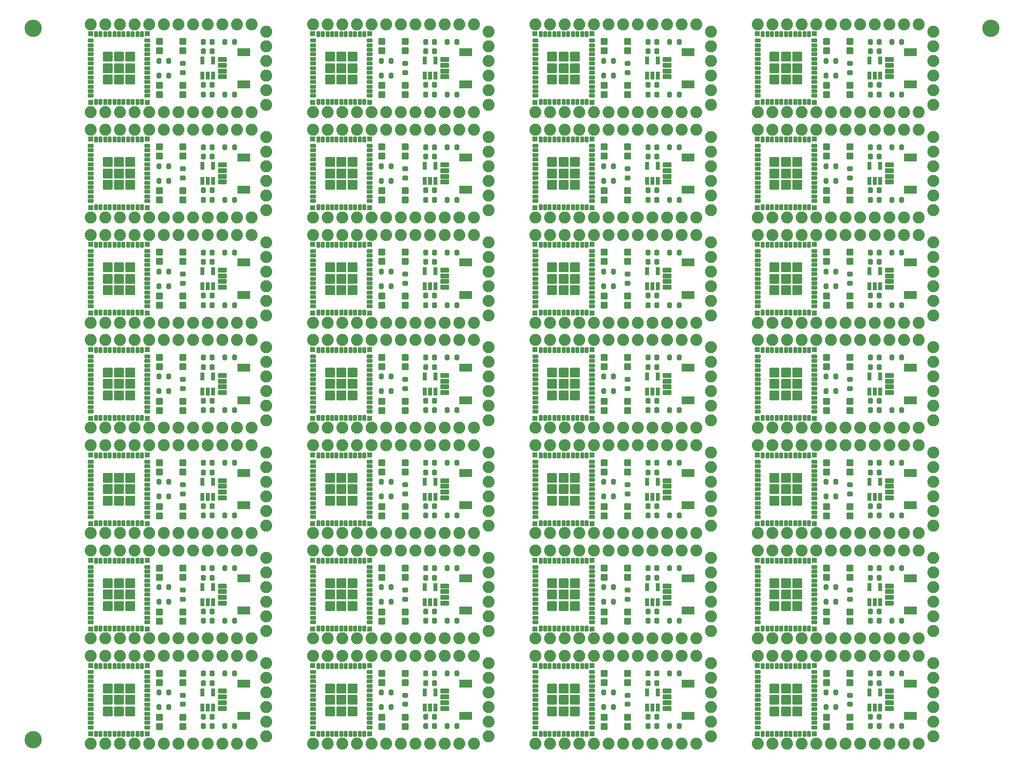
<source format=gbr>
%TF.GenerationSoftware,KiCad,Pcbnew,7.0.6*%
%TF.CreationDate,2023-08-17T21:31:53-06:00*%
%TF.ProjectId,SparkFun_Pro_Mini-ESP32_panelized,53706172-6b46-4756-9e5f-50726f5f4d69,rev?*%
%TF.SameCoordinates,Original*%
%TF.FileFunction,Soldermask,Top*%
%TF.FilePolarity,Negative*%
%FSLAX46Y46*%
G04 Gerber Fmt 4.6, Leading zero omitted, Abs format (unit mm)*
G04 Created by KiCad (PCBNEW 7.0.6) date 2023-08-17 21:31:53*
%MOMM*%
%LPD*%
G01*
G04 APERTURE LIST*
G04 Aperture macros list*
%AMRoundRect*
0 Rectangle with rounded corners*
0 $1 Rounding radius*
0 $2 $3 $4 $5 $6 $7 $8 $9 X,Y pos of 4 corners*
0 Add a 4 corners polygon primitive as box body*
4,1,4,$2,$3,$4,$5,$6,$7,$8,$9,$2,$3,0*
0 Add four circle primitives for the rounded corners*
1,1,$1+$1,$2,$3*
1,1,$1+$1,$4,$5*
1,1,$1+$1,$6,$7*
1,1,$1+$1,$8,$9*
0 Add four rect primitives between the rounded corners*
20,1,$1+$1,$2,$3,$4,$5,0*
20,1,$1+$1,$4,$5,$6,$7,0*
20,1,$1+$1,$6,$7,$8,$9,0*
20,1,$1+$1,$8,$9,$2,$3,0*%
G04 Aperture macros list end*
%ADD10RoundRect,0.101600X0.200000X0.400000X-0.200000X0.400000X-0.200000X-0.400000X0.200000X-0.400000X0*%
%ADD11RoundRect,0.101600X0.400000X-0.200000X0.400000X0.200000X-0.400000X0.200000X-0.400000X-0.200000X0*%
%ADD12RoundRect,0.101600X0.725000X-0.725000X0.725000X0.725000X-0.725000X0.725000X-0.725000X-0.725000X0*%
%ADD13RoundRect,0.101600X0.350000X-0.350000X0.350000X0.350000X-0.350000X0.350000X-0.350000X-0.350000X0*%
%ADD14RoundRect,0.225000X-0.225000X-0.250000X0.225000X-0.250000X0.225000X0.250000X-0.225000X0.250000X0*%
%ADD15RoundRect,0.200000X0.200000X0.275000X-0.200000X0.275000X-0.200000X-0.275000X0.200000X-0.275000X0*%
%ADD16RoundRect,0.218750X0.256250X-0.218750X0.256250X0.218750X-0.256250X0.218750X-0.256250X-0.218750X0*%
%ADD17C,3.000000*%
%ADD18RoundRect,0.101600X-0.275000X-0.600000X0.275000X-0.600000X0.275000X0.600000X-0.275000X0.600000X0*%
%ADD19RoundRect,0.225000X0.225000X0.250000X-0.225000X0.250000X-0.225000X-0.250000X0.225000X-0.250000X0*%
%ADD20C,2.082800*%
%ADD21RoundRect,0.101600X-0.450000X-0.500000X0.450000X-0.500000X0.450000X0.500000X-0.450000X0.500000X0*%
%ADD22RoundRect,0.101600X0.675000X-0.300000X0.675000X0.300000X-0.675000X0.300000X-0.675000X-0.300000X0*%
%ADD23RoundRect,0.101600X1.000000X-0.600000X1.000000X0.600000X-1.000000X0.600000X-1.000000X-0.600000X0*%
%ADD24RoundRect,0.101600X0.450000X0.500000X-0.450000X0.500000X-0.450000X-0.500000X0.450000X-0.500000X0*%
G04 APERTURE END LIST*
D10*
%TO.C,U1*%
X131710000Y-129090000D03*
X132510000Y-129090000D03*
X133310000Y-129090000D03*
X134110000Y-129090000D03*
X134910000Y-129090000D03*
X135710000Y-129090000D03*
X136510000Y-129090000D03*
X137310000Y-129090000D03*
X138110000Y-129090000D03*
X138910000Y-129090000D03*
X139710000Y-129090000D03*
D11*
X140610000Y-127990000D03*
X140610000Y-127190000D03*
X140610000Y-126390000D03*
X140610000Y-125590000D03*
X140610000Y-124790000D03*
X140610000Y-123990000D03*
X140610000Y-123190000D03*
X140610000Y-122390000D03*
X140610000Y-121590000D03*
X140610000Y-120790000D03*
X140610000Y-119990000D03*
X140610000Y-119190000D03*
X140610000Y-118390000D03*
D10*
X139710000Y-117290000D03*
X138910000Y-117290000D03*
X138110000Y-117290000D03*
X137310000Y-117290000D03*
X136510000Y-117290000D03*
X135710000Y-117290000D03*
X134910000Y-117290000D03*
X134110000Y-117290000D03*
X133310000Y-117290000D03*
X132510000Y-117290000D03*
X131710000Y-117290000D03*
D11*
X130810000Y-118390000D03*
X130810000Y-119190000D03*
X130810000Y-119990000D03*
X130810000Y-120790000D03*
X130810000Y-121590000D03*
X130810000Y-122390000D03*
X130810000Y-123190000D03*
X130810000Y-123990000D03*
X130810000Y-124790000D03*
X130810000Y-125590000D03*
X130810000Y-126390000D03*
X130810000Y-127190000D03*
X130810000Y-127990000D03*
D12*
X133735000Y-125165000D03*
X135710000Y-125165000D03*
X137685000Y-125165000D03*
X137685000Y-123190000D03*
X137685000Y-121215000D03*
X135710000Y-121215000D03*
X133735000Y-121215000D03*
X133735000Y-123190000D03*
X135710000Y-123190000D03*
D13*
X130760000Y-117240000D03*
X140660000Y-117240000D03*
X140660000Y-129140000D03*
X130760000Y-129140000D03*
%TD*%
D10*
%TO.C,U1*%
X131710000Y-37690000D03*
X132510000Y-37690000D03*
X133310000Y-37690000D03*
X134110000Y-37690000D03*
X134910000Y-37690000D03*
X135710000Y-37690000D03*
X136510000Y-37690000D03*
X137310000Y-37690000D03*
X138110000Y-37690000D03*
X138910000Y-37690000D03*
X139710000Y-37690000D03*
D11*
X140610000Y-36590000D03*
X140610000Y-35790000D03*
X140610000Y-34990000D03*
X140610000Y-34190000D03*
X140610000Y-33390000D03*
X140610000Y-32590000D03*
X140610000Y-31790000D03*
X140610000Y-30990000D03*
X140610000Y-30190000D03*
X140610000Y-29390000D03*
X140610000Y-28590000D03*
X140610000Y-27790000D03*
X140610000Y-26990000D03*
D10*
X139710000Y-25890000D03*
X138910000Y-25890000D03*
X138110000Y-25890000D03*
X137310000Y-25890000D03*
X136510000Y-25890000D03*
X135710000Y-25890000D03*
X134910000Y-25890000D03*
X134110000Y-25890000D03*
X133310000Y-25890000D03*
X132510000Y-25890000D03*
X131710000Y-25890000D03*
D11*
X130810000Y-26990000D03*
X130810000Y-27790000D03*
X130810000Y-28590000D03*
X130810000Y-29390000D03*
X130810000Y-30190000D03*
X130810000Y-30990000D03*
X130810000Y-31790000D03*
X130810000Y-32590000D03*
X130810000Y-33390000D03*
X130810000Y-34190000D03*
X130810000Y-34990000D03*
X130810000Y-35790000D03*
X130810000Y-36590000D03*
D12*
X133735000Y-33765000D03*
X135710000Y-33765000D03*
X137685000Y-33765000D03*
X137685000Y-31790000D03*
X137685000Y-29815000D03*
X135710000Y-29815000D03*
X133735000Y-29815000D03*
X133735000Y-31790000D03*
X135710000Y-31790000D03*
D13*
X130760000Y-25840000D03*
X140660000Y-25840000D03*
X140660000Y-37740000D03*
X130760000Y-37740000D03*
%TD*%
D10*
%TO.C,U1*%
X170310000Y-129090000D03*
X171110000Y-129090000D03*
X171910000Y-129090000D03*
X172710000Y-129090000D03*
X173510000Y-129090000D03*
X174310000Y-129090000D03*
X175110000Y-129090000D03*
X175910000Y-129090000D03*
X176710000Y-129090000D03*
X177510000Y-129090000D03*
X178310000Y-129090000D03*
D11*
X179210000Y-127990000D03*
X179210000Y-127190000D03*
X179210000Y-126390000D03*
X179210000Y-125590000D03*
X179210000Y-124790000D03*
X179210000Y-123990000D03*
X179210000Y-123190000D03*
X179210000Y-122390000D03*
X179210000Y-121590000D03*
X179210000Y-120790000D03*
X179210000Y-119990000D03*
X179210000Y-119190000D03*
X179210000Y-118390000D03*
D10*
X178310000Y-117290000D03*
X177510000Y-117290000D03*
X176710000Y-117290000D03*
X175910000Y-117290000D03*
X175110000Y-117290000D03*
X174310000Y-117290000D03*
X173510000Y-117290000D03*
X172710000Y-117290000D03*
X171910000Y-117290000D03*
X171110000Y-117290000D03*
X170310000Y-117290000D03*
D11*
X169410000Y-118390000D03*
X169410000Y-119190000D03*
X169410000Y-119990000D03*
X169410000Y-120790000D03*
X169410000Y-121590000D03*
X169410000Y-122390000D03*
X169410000Y-123190000D03*
X169410000Y-123990000D03*
X169410000Y-124790000D03*
X169410000Y-125590000D03*
X169410000Y-126390000D03*
X169410000Y-127190000D03*
X169410000Y-127990000D03*
D12*
X172335000Y-125165000D03*
X174310000Y-125165000D03*
X176285000Y-125165000D03*
X176285000Y-123190000D03*
X176285000Y-121215000D03*
X174310000Y-121215000D03*
X172335000Y-121215000D03*
X172335000Y-123190000D03*
X174310000Y-123190000D03*
D13*
X169360000Y-117240000D03*
X179260000Y-117240000D03*
X179260000Y-129140000D03*
X169360000Y-129140000D03*
%TD*%
D10*
%TO.C,U1*%
X131710000Y-110810000D03*
X132510000Y-110810000D03*
X133310000Y-110810000D03*
X134110000Y-110810000D03*
X134910000Y-110810000D03*
X135710000Y-110810000D03*
X136510000Y-110810000D03*
X137310000Y-110810000D03*
X138110000Y-110810000D03*
X138910000Y-110810000D03*
X139710000Y-110810000D03*
D11*
X140610000Y-109710000D03*
X140610000Y-108910000D03*
X140610000Y-108110000D03*
X140610000Y-107310000D03*
X140610000Y-106510000D03*
X140610000Y-105710000D03*
X140610000Y-104910000D03*
X140610000Y-104110000D03*
X140610000Y-103310000D03*
X140610000Y-102510000D03*
X140610000Y-101710000D03*
X140610000Y-100910000D03*
X140610000Y-100110000D03*
D10*
X139710000Y-99010000D03*
X138910000Y-99010000D03*
X138110000Y-99010000D03*
X137310000Y-99010000D03*
X136510000Y-99010000D03*
X135710000Y-99010000D03*
X134910000Y-99010000D03*
X134110000Y-99010000D03*
X133310000Y-99010000D03*
X132510000Y-99010000D03*
X131710000Y-99010000D03*
D11*
X130810000Y-100110000D03*
X130810000Y-100910000D03*
X130810000Y-101710000D03*
X130810000Y-102510000D03*
X130810000Y-103310000D03*
X130810000Y-104110000D03*
X130810000Y-104910000D03*
X130810000Y-105710000D03*
X130810000Y-106510000D03*
X130810000Y-107310000D03*
X130810000Y-108110000D03*
X130810000Y-108910000D03*
X130810000Y-109710000D03*
D12*
X133735000Y-106885000D03*
X135710000Y-106885000D03*
X137685000Y-106885000D03*
X137685000Y-104910000D03*
X137685000Y-102935000D03*
X135710000Y-102935000D03*
X133735000Y-102935000D03*
X133735000Y-104910000D03*
X135710000Y-104910000D03*
D13*
X130760000Y-98960000D03*
X140660000Y-98960000D03*
X140660000Y-110860000D03*
X130760000Y-110860000D03*
%TD*%
D10*
%TO.C,U1*%
X131710000Y-92530000D03*
X132510000Y-92530000D03*
X133310000Y-92530000D03*
X134110000Y-92530000D03*
X134910000Y-92530000D03*
X135710000Y-92530000D03*
X136510000Y-92530000D03*
X137310000Y-92530000D03*
X138110000Y-92530000D03*
X138910000Y-92530000D03*
X139710000Y-92530000D03*
D11*
X140610000Y-91430000D03*
X140610000Y-90630000D03*
X140610000Y-89830000D03*
X140610000Y-89030000D03*
X140610000Y-88230000D03*
X140610000Y-87430000D03*
X140610000Y-86630000D03*
X140610000Y-85830000D03*
X140610000Y-85030000D03*
X140610000Y-84230000D03*
X140610000Y-83430000D03*
X140610000Y-82630000D03*
X140610000Y-81830000D03*
D10*
X139710000Y-80730000D03*
X138910000Y-80730000D03*
X138110000Y-80730000D03*
X137310000Y-80730000D03*
X136510000Y-80730000D03*
X135710000Y-80730000D03*
X134910000Y-80730000D03*
X134110000Y-80730000D03*
X133310000Y-80730000D03*
X132510000Y-80730000D03*
X131710000Y-80730000D03*
D11*
X130810000Y-81830000D03*
X130810000Y-82630000D03*
X130810000Y-83430000D03*
X130810000Y-84230000D03*
X130810000Y-85030000D03*
X130810000Y-85830000D03*
X130810000Y-86630000D03*
X130810000Y-87430000D03*
X130810000Y-88230000D03*
X130810000Y-89030000D03*
X130810000Y-89830000D03*
X130810000Y-90630000D03*
X130810000Y-91430000D03*
D12*
X133735000Y-88605000D03*
X135710000Y-88605000D03*
X137685000Y-88605000D03*
X137685000Y-86630000D03*
X137685000Y-84655000D03*
X135710000Y-84655000D03*
X133735000Y-84655000D03*
X133735000Y-86630000D03*
X135710000Y-86630000D03*
D13*
X130760000Y-80680000D03*
X140660000Y-80680000D03*
X140660000Y-92580000D03*
X130760000Y-92580000D03*
%TD*%
D10*
%TO.C,U1*%
X131710000Y-74250000D03*
X132510000Y-74250000D03*
X133310000Y-74250000D03*
X134110000Y-74250000D03*
X134910000Y-74250000D03*
X135710000Y-74250000D03*
X136510000Y-74250000D03*
X137310000Y-74250000D03*
X138110000Y-74250000D03*
X138910000Y-74250000D03*
X139710000Y-74250000D03*
D11*
X140610000Y-73150000D03*
X140610000Y-72350000D03*
X140610000Y-71550000D03*
X140610000Y-70750000D03*
X140610000Y-69950000D03*
X140610000Y-69150000D03*
X140610000Y-68350000D03*
X140610000Y-67550000D03*
X140610000Y-66750000D03*
X140610000Y-65950000D03*
X140610000Y-65150000D03*
X140610000Y-64350000D03*
X140610000Y-63550000D03*
D10*
X139710000Y-62450000D03*
X138910000Y-62450000D03*
X138110000Y-62450000D03*
X137310000Y-62450000D03*
X136510000Y-62450000D03*
X135710000Y-62450000D03*
X134910000Y-62450000D03*
X134110000Y-62450000D03*
X133310000Y-62450000D03*
X132510000Y-62450000D03*
X131710000Y-62450000D03*
D11*
X130810000Y-63550000D03*
X130810000Y-64350000D03*
X130810000Y-65150000D03*
X130810000Y-65950000D03*
X130810000Y-66750000D03*
X130810000Y-67550000D03*
X130810000Y-68350000D03*
X130810000Y-69150000D03*
X130810000Y-69950000D03*
X130810000Y-70750000D03*
X130810000Y-71550000D03*
X130810000Y-72350000D03*
X130810000Y-73150000D03*
D12*
X133735000Y-70325000D03*
X135710000Y-70325000D03*
X137685000Y-70325000D03*
X137685000Y-68350000D03*
X137685000Y-66375000D03*
X135710000Y-66375000D03*
X133735000Y-66375000D03*
X133735000Y-68350000D03*
X135710000Y-68350000D03*
D13*
X130760000Y-62400000D03*
X140660000Y-62400000D03*
X140660000Y-74300000D03*
X130760000Y-74300000D03*
%TD*%
D10*
%TO.C,U1*%
X131710000Y-55970000D03*
X132510000Y-55970000D03*
X133310000Y-55970000D03*
X134110000Y-55970000D03*
X134910000Y-55970000D03*
X135710000Y-55970000D03*
X136510000Y-55970000D03*
X137310000Y-55970000D03*
X138110000Y-55970000D03*
X138910000Y-55970000D03*
X139710000Y-55970000D03*
D11*
X140610000Y-54870000D03*
X140610000Y-54070000D03*
X140610000Y-53270000D03*
X140610000Y-52470000D03*
X140610000Y-51670000D03*
X140610000Y-50870000D03*
X140610000Y-50070000D03*
X140610000Y-49270000D03*
X140610000Y-48470000D03*
X140610000Y-47670000D03*
X140610000Y-46870000D03*
X140610000Y-46070000D03*
X140610000Y-45270000D03*
D10*
X139710000Y-44170000D03*
X138910000Y-44170000D03*
X138110000Y-44170000D03*
X137310000Y-44170000D03*
X136510000Y-44170000D03*
X135710000Y-44170000D03*
X134910000Y-44170000D03*
X134110000Y-44170000D03*
X133310000Y-44170000D03*
X132510000Y-44170000D03*
X131710000Y-44170000D03*
D11*
X130810000Y-45270000D03*
X130810000Y-46070000D03*
X130810000Y-46870000D03*
X130810000Y-47670000D03*
X130810000Y-48470000D03*
X130810000Y-49270000D03*
X130810000Y-50070000D03*
X130810000Y-50870000D03*
X130810000Y-51670000D03*
X130810000Y-52470000D03*
X130810000Y-53270000D03*
X130810000Y-54070000D03*
X130810000Y-54870000D03*
D12*
X133735000Y-52045000D03*
X135710000Y-52045000D03*
X137685000Y-52045000D03*
X137685000Y-50070000D03*
X137685000Y-48095000D03*
X135710000Y-48095000D03*
X133735000Y-48095000D03*
X133735000Y-50070000D03*
X135710000Y-50070000D03*
D13*
X130760000Y-44120000D03*
X140660000Y-44120000D03*
X140660000Y-56020000D03*
X130760000Y-56020000D03*
%TD*%
D10*
%TO.C,U1*%
X131710000Y-19410000D03*
X132510000Y-19410000D03*
X133310000Y-19410000D03*
X134110000Y-19410000D03*
X134910000Y-19410000D03*
X135710000Y-19410000D03*
X136510000Y-19410000D03*
X137310000Y-19410000D03*
X138110000Y-19410000D03*
X138910000Y-19410000D03*
X139710000Y-19410000D03*
D11*
X140610000Y-18310000D03*
X140610000Y-17510000D03*
X140610000Y-16710000D03*
X140610000Y-15910000D03*
X140610000Y-15110000D03*
X140610000Y-14310000D03*
X140610000Y-13510000D03*
X140610000Y-12710000D03*
X140610000Y-11910000D03*
X140610000Y-11110000D03*
X140610000Y-10310000D03*
X140610000Y-9510000D03*
X140610000Y-8710000D03*
D10*
X139710000Y-7610000D03*
X138910000Y-7610000D03*
X138110000Y-7610000D03*
X137310000Y-7610000D03*
X136510000Y-7610000D03*
X135710000Y-7610000D03*
X134910000Y-7610000D03*
X134110000Y-7610000D03*
X133310000Y-7610000D03*
X132510000Y-7610000D03*
X131710000Y-7610000D03*
D11*
X130810000Y-8710000D03*
X130810000Y-9510000D03*
X130810000Y-10310000D03*
X130810000Y-11110000D03*
X130810000Y-11910000D03*
X130810000Y-12710000D03*
X130810000Y-13510000D03*
X130810000Y-14310000D03*
X130810000Y-15110000D03*
X130810000Y-15910000D03*
X130810000Y-16710000D03*
X130810000Y-17510000D03*
X130810000Y-18310000D03*
D12*
X133735000Y-15485000D03*
X135710000Y-15485000D03*
X137685000Y-15485000D03*
X137685000Y-13510000D03*
X137685000Y-11535000D03*
X135710000Y-11535000D03*
X133735000Y-11535000D03*
X133735000Y-13510000D03*
X135710000Y-13510000D03*
D13*
X130760000Y-7560000D03*
X140660000Y-7560000D03*
X140660000Y-19460000D03*
X130760000Y-19460000D03*
%TD*%
D10*
%TO.C,U1*%
X247510000Y-55970000D03*
X248310000Y-55970000D03*
X249110000Y-55970000D03*
X249910000Y-55970000D03*
X250710000Y-55970000D03*
X251510000Y-55970000D03*
X252310000Y-55970000D03*
X253110000Y-55970000D03*
X253910000Y-55970000D03*
X254710000Y-55970000D03*
X255510000Y-55970000D03*
D11*
X256410000Y-54870000D03*
X256410000Y-54070000D03*
X256410000Y-53270000D03*
X256410000Y-52470000D03*
X256410000Y-51670000D03*
X256410000Y-50870000D03*
X256410000Y-50070000D03*
X256410000Y-49270000D03*
X256410000Y-48470000D03*
X256410000Y-47670000D03*
X256410000Y-46870000D03*
X256410000Y-46070000D03*
X256410000Y-45270000D03*
D10*
X255510000Y-44170000D03*
X254710000Y-44170000D03*
X253910000Y-44170000D03*
X253110000Y-44170000D03*
X252310000Y-44170000D03*
X251510000Y-44170000D03*
X250710000Y-44170000D03*
X249910000Y-44170000D03*
X249110000Y-44170000D03*
X248310000Y-44170000D03*
X247510000Y-44170000D03*
D11*
X246610000Y-45270000D03*
X246610000Y-46070000D03*
X246610000Y-46870000D03*
X246610000Y-47670000D03*
X246610000Y-48470000D03*
X246610000Y-49270000D03*
X246610000Y-50070000D03*
X246610000Y-50870000D03*
X246610000Y-51670000D03*
X246610000Y-52470000D03*
X246610000Y-53270000D03*
X246610000Y-54070000D03*
X246610000Y-54870000D03*
D12*
X249535000Y-52045000D03*
X251510000Y-52045000D03*
X253485000Y-52045000D03*
X253485000Y-50070000D03*
X253485000Y-48095000D03*
X251510000Y-48095000D03*
X249535000Y-48095000D03*
X249535000Y-50070000D03*
X251510000Y-50070000D03*
D13*
X246560000Y-44120000D03*
X256460000Y-44120000D03*
X256460000Y-56020000D03*
X246560000Y-56020000D03*
%TD*%
D10*
%TO.C,U1*%
X170310000Y-37690000D03*
X171110000Y-37690000D03*
X171910000Y-37690000D03*
X172710000Y-37690000D03*
X173510000Y-37690000D03*
X174310000Y-37690000D03*
X175110000Y-37690000D03*
X175910000Y-37690000D03*
X176710000Y-37690000D03*
X177510000Y-37690000D03*
X178310000Y-37690000D03*
D11*
X179210000Y-36590000D03*
X179210000Y-35790000D03*
X179210000Y-34990000D03*
X179210000Y-34190000D03*
X179210000Y-33390000D03*
X179210000Y-32590000D03*
X179210000Y-31790000D03*
X179210000Y-30990000D03*
X179210000Y-30190000D03*
X179210000Y-29390000D03*
X179210000Y-28590000D03*
X179210000Y-27790000D03*
X179210000Y-26990000D03*
D10*
X178310000Y-25890000D03*
X177510000Y-25890000D03*
X176710000Y-25890000D03*
X175910000Y-25890000D03*
X175110000Y-25890000D03*
X174310000Y-25890000D03*
X173510000Y-25890000D03*
X172710000Y-25890000D03*
X171910000Y-25890000D03*
X171110000Y-25890000D03*
X170310000Y-25890000D03*
D11*
X169410000Y-26990000D03*
X169410000Y-27790000D03*
X169410000Y-28590000D03*
X169410000Y-29390000D03*
X169410000Y-30190000D03*
X169410000Y-30990000D03*
X169410000Y-31790000D03*
X169410000Y-32590000D03*
X169410000Y-33390000D03*
X169410000Y-34190000D03*
X169410000Y-34990000D03*
X169410000Y-35790000D03*
X169410000Y-36590000D03*
D12*
X172335000Y-33765000D03*
X174310000Y-33765000D03*
X176285000Y-33765000D03*
X176285000Y-31790000D03*
X176285000Y-29815000D03*
X174310000Y-29815000D03*
X172335000Y-29815000D03*
X172335000Y-31790000D03*
X174310000Y-31790000D03*
D13*
X169360000Y-25840000D03*
X179260000Y-25840000D03*
X179260000Y-37740000D03*
X169360000Y-37740000D03*
%TD*%
D10*
%TO.C,U1*%
X208910000Y-55970000D03*
X209710000Y-55970000D03*
X210510000Y-55970000D03*
X211310000Y-55970000D03*
X212110000Y-55970000D03*
X212910000Y-55970000D03*
X213710000Y-55970000D03*
X214510000Y-55970000D03*
X215310000Y-55970000D03*
X216110000Y-55970000D03*
X216910000Y-55970000D03*
D11*
X217810000Y-54870000D03*
X217810000Y-54070000D03*
X217810000Y-53270000D03*
X217810000Y-52470000D03*
X217810000Y-51670000D03*
X217810000Y-50870000D03*
X217810000Y-50070000D03*
X217810000Y-49270000D03*
X217810000Y-48470000D03*
X217810000Y-47670000D03*
X217810000Y-46870000D03*
X217810000Y-46070000D03*
X217810000Y-45270000D03*
D10*
X216910000Y-44170000D03*
X216110000Y-44170000D03*
X215310000Y-44170000D03*
X214510000Y-44170000D03*
X213710000Y-44170000D03*
X212910000Y-44170000D03*
X212110000Y-44170000D03*
X211310000Y-44170000D03*
X210510000Y-44170000D03*
X209710000Y-44170000D03*
X208910000Y-44170000D03*
D11*
X208010000Y-45270000D03*
X208010000Y-46070000D03*
X208010000Y-46870000D03*
X208010000Y-47670000D03*
X208010000Y-48470000D03*
X208010000Y-49270000D03*
X208010000Y-50070000D03*
X208010000Y-50870000D03*
X208010000Y-51670000D03*
X208010000Y-52470000D03*
X208010000Y-53270000D03*
X208010000Y-54070000D03*
X208010000Y-54870000D03*
D12*
X210935000Y-52045000D03*
X212910000Y-52045000D03*
X214885000Y-52045000D03*
X214885000Y-50070000D03*
X214885000Y-48095000D03*
X212910000Y-48095000D03*
X210935000Y-48095000D03*
X210935000Y-50070000D03*
X212910000Y-50070000D03*
D13*
X207960000Y-44120000D03*
X217860000Y-44120000D03*
X217860000Y-56020000D03*
X207960000Y-56020000D03*
%TD*%
D10*
%TO.C,U1*%
X208910000Y-37690000D03*
X209710000Y-37690000D03*
X210510000Y-37690000D03*
X211310000Y-37690000D03*
X212110000Y-37690000D03*
X212910000Y-37690000D03*
X213710000Y-37690000D03*
X214510000Y-37690000D03*
X215310000Y-37690000D03*
X216110000Y-37690000D03*
X216910000Y-37690000D03*
D11*
X217810000Y-36590000D03*
X217810000Y-35790000D03*
X217810000Y-34990000D03*
X217810000Y-34190000D03*
X217810000Y-33390000D03*
X217810000Y-32590000D03*
X217810000Y-31790000D03*
X217810000Y-30990000D03*
X217810000Y-30190000D03*
X217810000Y-29390000D03*
X217810000Y-28590000D03*
X217810000Y-27790000D03*
X217810000Y-26990000D03*
D10*
X216910000Y-25890000D03*
X216110000Y-25890000D03*
X215310000Y-25890000D03*
X214510000Y-25890000D03*
X213710000Y-25890000D03*
X212910000Y-25890000D03*
X212110000Y-25890000D03*
X211310000Y-25890000D03*
X210510000Y-25890000D03*
X209710000Y-25890000D03*
X208910000Y-25890000D03*
D11*
X208010000Y-26990000D03*
X208010000Y-27790000D03*
X208010000Y-28590000D03*
X208010000Y-29390000D03*
X208010000Y-30190000D03*
X208010000Y-30990000D03*
X208010000Y-31790000D03*
X208010000Y-32590000D03*
X208010000Y-33390000D03*
X208010000Y-34190000D03*
X208010000Y-34990000D03*
X208010000Y-35790000D03*
X208010000Y-36590000D03*
D12*
X210935000Y-33765000D03*
X212910000Y-33765000D03*
X214885000Y-33765000D03*
X214885000Y-31790000D03*
X214885000Y-29815000D03*
X212910000Y-29815000D03*
X210935000Y-29815000D03*
X210935000Y-31790000D03*
X212910000Y-31790000D03*
D13*
X207960000Y-25840000D03*
X217860000Y-25840000D03*
X217860000Y-37740000D03*
X207960000Y-37740000D03*
%TD*%
D10*
%TO.C,U1*%
X247510000Y-129090000D03*
X248310000Y-129090000D03*
X249110000Y-129090000D03*
X249910000Y-129090000D03*
X250710000Y-129090000D03*
X251510000Y-129090000D03*
X252310000Y-129090000D03*
X253110000Y-129090000D03*
X253910000Y-129090000D03*
X254710000Y-129090000D03*
X255510000Y-129090000D03*
D11*
X256410000Y-127990000D03*
X256410000Y-127190000D03*
X256410000Y-126390000D03*
X256410000Y-125590000D03*
X256410000Y-124790000D03*
X256410000Y-123990000D03*
X256410000Y-123190000D03*
X256410000Y-122390000D03*
X256410000Y-121590000D03*
X256410000Y-120790000D03*
X256410000Y-119990000D03*
X256410000Y-119190000D03*
X256410000Y-118390000D03*
D10*
X255510000Y-117290000D03*
X254710000Y-117290000D03*
X253910000Y-117290000D03*
X253110000Y-117290000D03*
X252310000Y-117290000D03*
X251510000Y-117290000D03*
X250710000Y-117290000D03*
X249910000Y-117290000D03*
X249110000Y-117290000D03*
X248310000Y-117290000D03*
X247510000Y-117290000D03*
D11*
X246610000Y-118390000D03*
X246610000Y-119190000D03*
X246610000Y-119990000D03*
X246610000Y-120790000D03*
X246610000Y-121590000D03*
X246610000Y-122390000D03*
X246610000Y-123190000D03*
X246610000Y-123990000D03*
X246610000Y-124790000D03*
X246610000Y-125590000D03*
X246610000Y-126390000D03*
X246610000Y-127190000D03*
X246610000Y-127990000D03*
D12*
X249535000Y-125165000D03*
X251510000Y-125165000D03*
X253485000Y-125165000D03*
X253485000Y-123190000D03*
X253485000Y-121215000D03*
X251510000Y-121215000D03*
X249535000Y-121215000D03*
X249535000Y-123190000D03*
X251510000Y-123190000D03*
D13*
X246560000Y-117240000D03*
X256460000Y-117240000D03*
X256460000Y-129140000D03*
X246560000Y-129140000D03*
%TD*%
D10*
%TO.C,U1*%
X247510000Y-19410000D03*
X248310000Y-19410000D03*
X249110000Y-19410000D03*
X249910000Y-19410000D03*
X250710000Y-19410000D03*
X251510000Y-19410000D03*
X252310000Y-19410000D03*
X253110000Y-19410000D03*
X253910000Y-19410000D03*
X254710000Y-19410000D03*
X255510000Y-19410000D03*
D11*
X256410000Y-18310000D03*
X256410000Y-17510000D03*
X256410000Y-16710000D03*
X256410000Y-15910000D03*
X256410000Y-15110000D03*
X256410000Y-14310000D03*
X256410000Y-13510000D03*
X256410000Y-12710000D03*
X256410000Y-11910000D03*
X256410000Y-11110000D03*
X256410000Y-10310000D03*
X256410000Y-9510000D03*
X256410000Y-8710000D03*
D10*
X255510000Y-7610000D03*
X254710000Y-7610000D03*
X253910000Y-7610000D03*
X253110000Y-7610000D03*
X252310000Y-7610000D03*
X251510000Y-7610000D03*
X250710000Y-7610000D03*
X249910000Y-7610000D03*
X249110000Y-7610000D03*
X248310000Y-7610000D03*
X247510000Y-7610000D03*
D11*
X246610000Y-8710000D03*
X246610000Y-9510000D03*
X246610000Y-10310000D03*
X246610000Y-11110000D03*
X246610000Y-11910000D03*
X246610000Y-12710000D03*
X246610000Y-13510000D03*
X246610000Y-14310000D03*
X246610000Y-15110000D03*
X246610000Y-15910000D03*
X246610000Y-16710000D03*
X246610000Y-17510000D03*
X246610000Y-18310000D03*
D12*
X249535000Y-15485000D03*
X251510000Y-15485000D03*
X253485000Y-15485000D03*
X253485000Y-13510000D03*
X253485000Y-11535000D03*
X251510000Y-11535000D03*
X249535000Y-11535000D03*
X249535000Y-13510000D03*
X251510000Y-13510000D03*
D13*
X246560000Y-7560000D03*
X256460000Y-7560000D03*
X256460000Y-19460000D03*
X246560000Y-19460000D03*
%TD*%
D10*
%TO.C,U1*%
X208910000Y-19410000D03*
X209710000Y-19410000D03*
X210510000Y-19410000D03*
X211310000Y-19410000D03*
X212110000Y-19410000D03*
X212910000Y-19410000D03*
X213710000Y-19410000D03*
X214510000Y-19410000D03*
X215310000Y-19410000D03*
X216110000Y-19410000D03*
X216910000Y-19410000D03*
D11*
X217810000Y-18310000D03*
X217810000Y-17510000D03*
X217810000Y-16710000D03*
X217810000Y-15910000D03*
X217810000Y-15110000D03*
X217810000Y-14310000D03*
X217810000Y-13510000D03*
X217810000Y-12710000D03*
X217810000Y-11910000D03*
X217810000Y-11110000D03*
X217810000Y-10310000D03*
X217810000Y-9510000D03*
X217810000Y-8710000D03*
D10*
X216910000Y-7610000D03*
X216110000Y-7610000D03*
X215310000Y-7610000D03*
X214510000Y-7610000D03*
X213710000Y-7610000D03*
X212910000Y-7610000D03*
X212110000Y-7610000D03*
X211310000Y-7610000D03*
X210510000Y-7610000D03*
X209710000Y-7610000D03*
X208910000Y-7610000D03*
D11*
X208010000Y-8710000D03*
X208010000Y-9510000D03*
X208010000Y-10310000D03*
X208010000Y-11110000D03*
X208010000Y-11910000D03*
X208010000Y-12710000D03*
X208010000Y-13510000D03*
X208010000Y-14310000D03*
X208010000Y-15110000D03*
X208010000Y-15910000D03*
X208010000Y-16710000D03*
X208010000Y-17510000D03*
X208010000Y-18310000D03*
D12*
X210935000Y-15485000D03*
X212910000Y-15485000D03*
X214885000Y-15485000D03*
X214885000Y-13510000D03*
X214885000Y-11535000D03*
X212910000Y-11535000D03*
X210935000Y-11535000D03*
X210935000Y-13510000D03*
X212910000Y-13510000D03*
D13*
X207960000Y-7560000D03*
X217860000Y-7560000D03*
X217860000Y-19460000D03*
X207960000Y-19460000D03*
%TD*%
D10*
%TO.C,U1*%
X208910000Y-129090000D03*
X209710000Y-129090000D03*
X210510000Y-129090000D03*
X211310000Y-129090000D03*
X212110000Y-129090000D03*
X212910000Y-129090000D03*
X213710000Y-129090000D03*
X214510000Y-129090000D03*
X215310000Y-129090000D03*
X216110000Y-129090000D03*
X216910000Y-129090000D03*
D11*
X217810000Y-127990000D03*
X217810000Y-127190000D03*
X217810000Y-126390000D03*
X217810000Y-125590000D03*
X217810000Y-124790000D03*
X217810000Y-123990000D03*
X217810000Y-123190000D03*
X217810000Y-122390000D03*
X217810000Y-121590000D03*
X217810000Y-120790000D03*
X217810000Y-119990000D03*
X217810000Y-119190000D03*
X217810000Y-118390000D03*
D10*
X216910000Y-117290000D03*
X216110000Y-117290000D03*
X215310000Y-117290000D03*
X214510000Y-117290000D03*
X213710000Y-117290000D03*
X212910000Y-117290000D03*
X212110000Y-117290000D03*
X211310000Y-117290000D03*
X210510000Y-117290000D03*
X209710000Y-117290000D03*
X208910000Y-117290000D03*
D11*
X208010000Y-118390000D03*
X208010000Y-119190000D03*
X208010000Y-119990000D03*
X208010000Y-120790000D03*
X208010000Y-121590000D03*
X208010000Y-122390000D03*
X208010000Y-123190000D03*
X208010000Y-123990000D03*
X208010000Y-124790000D03*
X208010000Y-125590000D03*
X208010000Y-126390000D03*
X208010000Y-127190000D03*
X208010000Y-127990000D03*
D12*
X210935000Y-125165000D03*
X212910000Y-125165000D03*
X214885000Y-125165000D03*
X214885000Y-123190000D03*
X214885000Y-121215000D03*
X212910000Y-121215000D03*
X210935000Y-121215000D03*
X210935000Y-123190000D03*
X212910000Y-123190000D03*
D13*
X207960000Y-117240000D03*
X217860000Y-117240000D03*
X217860000Y-129140000D03*
X207960000Y-129140000D03*
%TD*%
D10*
%TO.C,U1*%
X208910000Y-110810000D03*
X209710000Y-110810000D03*
X210510000Y-110810000D03*
X211310000Y-110810000D03*
X212110000Y-110810000D03*
X212910000Y-110810000D03*
X213710000Y-110810000D03*
X214510000Y-110810000D03*
X215310000Y-110810000D03*
X216110000Y-110810000D03*
X216910000Y-110810000D03*
D11*
X217810000Y-109710000D03*
X217810000Y-108910000D03*
X217810000Y-108110000D03*
X217810000Y-107310000D03*
X217810000Y-106510000D03*
X217810000Y-105710000D03*
X217810000Y-104910000D03*
X217810000Y-104110000D03*
X217810000Y-103310000D03*
X217810000Y-102510000D03*
X217810000Y-101710000D03*
X217810000Y-100910000D03*
X217810000Y-100110000D03*
D10*
X216910000Y-99010000D03*
X216110000Y-99010000D03*
X215310000Y-99010000D03*
X214510000Y-99010000D03*
X213710000Y-99010000D03*
X212910000Y-99010000D03*
X212110000Y-99010000D03*
X211310000Y-99010000D03*
X210510000Y-99010000D03*
X209710000Y-99010000D03*
X208910000Y-99010000D03*
D11*
X208010000Y-100110000D03*
X208010000Y-100910000D03*
X208010000Y-101710000D03*
X208010000Y-102510000D03*
X208010000Y-103310000D03*
X208010000Y-104110000D03*
X208010000Y-104910000D03*
X208010000Y-105710000D03*
X208010000Y-106510000D03*
X208010000Y-107310000D03*
X208010000Y-108110000D03*
X208010000Y-108910000D03*
X208010000Y-109710000D03*
D12*
X210935000Y-106885000D03*
X212910000Y-106885000D03*
X214885000Y-106885000D03*
X214885000Y-104910000D03*
X214885000Y-102935000D03*
X212910000Y-102935000D03*
X210935000Y-102935000D03*
X210935000Y-104910000D03*
X212910000Y-104910000D03*
D13*
X207960000Y-98960000D03*
X217860000Y-98960000D03*
X217860000Y-110860000D03*
X207960000Y-110860000D03*
%TD*%
D10*
%TO.C,U1*%
X208910000Y-74250000D03*
X209710000Y-74250000D03*
X210510000Y-74250000D03*
X211310000Y-74250000D03*
X212110000Y-74250000D03*
X212910000Y-74250000D03*
X213710000Y-74250000D03*
X214510000Y-74250000D03*
X215310000Y-74250000D03*
X216110000Y-74250000D03*
X216910000Y-74250000D03*
D11*
X217810000Y-73150000D03*
X217810000Y-72350000D03*
X217810000Y-71550000D03*
X217810000Y-70750000D03*
X217810000Y-69950000D03*
X217810000Y-69150000D03*
X217810000Y-68350000D03*
X217810000Y-67550000D03*
X217810000Y-66750000D03*
X217810000Y-65950000D03*
X217810000Y-65150000D03*
X217810000Y-64350000D03*
X217810000Y-63550000D03*
D10*
X216910000Y-62450000D03*
X216110000Y-62450000D03*
X215310000Y-62450000D03*
X214510000Y-62450000D03*
X213710000Y-62450000D03*
X212910000Y-62450000D03*
X212110000Y-62450000D03*
X211310000Y-62450000D03*
X210510000Y-62450000D03*
X209710000Y-62450000D03*
X208910000Y-62450000D03*
D11*
X208010000Y-63550000D03*
X208010000Y-64350000D03*
X208010000Y-65150000D03*
X208010000Y-65950000D03*
X208010000Y-66750000D03*
X208010000Y-67550000D03*
X208010000Y-68350000D03*
X208010000Y-69150000D03*
X208010000Y-69950000D03*
X208010000Y-70750000D03*
X208010000Y-71550000D03*
X208010000Y-72350000D03*
X208010000Y-73150000D03*
D12*
X210935000Y-70325000D03*
X212910000Y-70325000D03*
X214885000Y-70325000D03*
X214885000Y-68350000D03*
X214885000Y-66375000D03*
X212910000Y-66375000D03*
X210935000Y-66375000D03*
X210935000Y-68350000D03*
X212910000Y-68350000D03*
D13*
X207960000Y-62400000D03*
X217860000Y-62400000D03*
X217860000Y-74300000D03*
X207960000Y-74300000D03*
%TD*%
D10*
%TO.C,U1*%
X208910000Y-92530000D03*
X209710000Y-92530000D03*
X210510000Y-92530000D03*
X211310000Y-92530000D03*
X212110000Y-92530000D03*
X212910000Y-92530000D03*
X213710000Y-92530000D03*
X214510000Y-92530000D03*
X215310000Y-92530000D03*
X216110000Y-92530000D03*
X216910000Y-92530000D03*
D11*
X217810000Y-91430000D03*
X217810000Y-90630000D03*
X217810000Y-89830000D03*
X217810000Y-89030000D03*
X217810000Y-88230000D03*
X217810000Y-87430000D03*
X217810000Y-86630000D03*
X217810000Y-85830000D03*
X217810000Y-85030000D03*
X217810000Y-84230000D03*
X217810000Y-83430000D03*
X217810000Y-82630000D03*
X217810000Y-81830000D03*
D10*
X216910000Y-80730000D03*
X216110000Y-80730000D03*
X215310000Y-80730000D03*
X214510000Y-80730000D03*
X213710000Y-80730000D03*
X212910000Y-80730000D03*
X212110000Y-80730000D03*
X211310000Y-80730000D03*
X210510000Y-80730000D03*
X209710000Y-80730000D03*
X208910000Y-80730000D03*
D11*
X208010000Y-81830000D03*
X208010000Y-82630000D03*
X208010000Y-83430000D03*
X208010000Y-84230000D03*
X208010000Y-85030000D03*
X208010000Y-85830000D03*
X208010000Y-86630000D03*
X208010000Y-87430000D03*
X208010000Y-88230000D03*
X208010000Y-89030000D03*
X208010000Y-89830000D03*
X208010000Y-90630000D03*
X208010000Y-91430000D03*
D12*
X210935000Y-88605000D03*
X212910000Y-88605000D03*
X214885000Y-88605000D03*
X214885000Y-86630000D03*
X214885000Y-84655000D03*
X212910000Y-84655000D03*
X210935000Y-84655000D03*
X210935000Y-86630000D03*
X212910000Y-86630000D03*
D13*
X207960000Y-80680000D03*
X217860000Y-80680000D03*
X217860000Y-92580000D03*
X207960000Y-92580000D03*
%TD*%
D10*
%TO.C,U1*%
X247510000Y-92530000D03*
X248310000Y-92530000D03*
X249110000Y-92530000D03*
X249910000Y-92530000D03*
X250710000Y-92530000D03*
X251510000Y-92530000D03*
X252310000Y-92530000D03*
X253110000Y-92530000D03*
X253910000Y-92530000D03*
X254710000Y-92530000D03*
X255510000Y-92530000D03*
D11*
X256410000Y-91430000D03*
X256410000Y-90630000D03*
X256410000Y-89830000D03*
X256410000Y-89030000D03*
X256410000Y-88230000D03*
X256410000Y-87430000D03*
X256410000Y-86630000D03*
X256410000Y-85830000D03*
X256410000Y-85030000D03*
X256410000Y-84230000D03*
X256410000Y-83430000D03*
X256410000Y-82630000D03*
X256410000Y-81830000D03*
D10*
X255510000Y-80730000D03*
X254710000Y-80730000D03*
X253910000Y-80730000D03*
X253110000Y-80730000D03*
X252310000Y-80730000D03*
X251510000Y-80730000D03*
X250710000Y-80730000D03*
X249910000Y-80730000D03*
X249110000Y-80730000D03*
X248310000Y-80730000D03*
X247510000Y-80730000D03*
D11*
X246610000Y-81830000D03*
X246610000Y-82630000D03*
X246610000Y-83430000D03*
X246610000Y-84230000D03*
X246610000Y-85030000D03*
X246610000Y-85830000D03*
X246610000Y-86630000D03*
X246610000Y-87430000D03*
X246610000Y-88230000D03*
X246610000Y-89030000D03*
X246610000Y-89830000D03*
X246610000Y-90630000D03*
X246610000Y-91430000D03*
D12*
X249535000Y-88605000D03*
X251510000Y-88605000D03*
X253485000Y-88605000D03*
X253485000Y-86630000D03*
X253485000Y-84655000D03*
X251510000Y-84655000D03*
X249535000Y-84655000D03*
X249535000Y-86630000D03*
X251510000Y-86630000D03*
D13*
X246560000Y-80680000D03*
X256460000Y-80680000D03*
X256460000Y-92580000D03*
X246560000Y-92580000D03*
%TD*%
D10*
%TO.C,U1*%
X170310000Y-110810000D03*
X171110000Y-110810000D03*
X171910000Y-110810000D03*
X172710000Y-110810000D03*
X173510000Y-110810000D03*
X174310000Y-110810000D03*
X175110000Y-110810000D03*
X175910000Y-110810000D03*
X176710000Y-110810000D03*
X177510000Y-110810000D03*
X178310000Y-110810000D03*
D11*
X179210000Y-109710000D03*
X179210000Y-108910000D03*
X179210000Y-108110000D03*
X179210000Y-107310000D03*
X179210000Y-106510000D03*
X179210000Y-105710000D03*
X179210000Y-104910000D03*
X179210000Y-104110000D03*
X179210000Y-103310000D03*
X179210000Y-102510000D03*
X179210000Y-101710000D03*
X179210000Y-100910000D03*
X179210000Y-100110000D03*
D10*
X178310000Y-99010000D03*
X177510000Y-99010000D03*
X176710000Y-99010000D03*
X175910000Y-99010000D03*
X175110000Y-99010000D03*
X174310000Y-99010000D03*
X173510000Y-99010000D03*
X172710000Y-99010000D03*
X171910000Y-99010000D03*
X171110000Y-99010000D03*
X170310000Y-99010000D03*
D11*
X169410000Y-100110000D03*
X169410000Y-100910000D03*
X169410000Y-101710000D03*
X169410000Y-102510000D03*
X169410000Y-103310000D03*
X169410000Y-104110000D03*
X169410000Y-104910000D03*
X169410000Y-105710000D03*
X169410000Y-106510000D03*
X169410000Y-107310000D03*
X169410000Y-108110000D03*
X169410000Y-108910000D03*
X169410000Y-109710000D03*
D12*
X172335000Y-106885000D03*
X174310000Y-106885000D03*
X176285000Y-106885000D03*
X176285000Y-104910000D03*
X176285000Y-102935000D03*
X174310000Y-102935000D03*
X172335000Y-102935000D03*
X172335000Y-104910000D03*
X174310000Y-104910000D03*
D13*
X169360000Y-98960000D03*
X179260000Y-98960000D03*
X179260000Y-110860000D03*
X169360000Y-110860000D03*
%TD*%
D10*
%TO.C,U1*%
X170310000Y-74250000D03*
X171110000Y-74250000D03*
X171910000Y-74250000D03*
X172710000Y-74250000D03*
X173510000Y-74250000D03*
X174310000Y-74250000D03*
X175110000Y-74250000D03*
X175910000Y-74250000D03*
X176710000Y-74250000D03*
X177510000Y-74250000D03*
X178310000Y-74250000D03*
D11*
X179210000Y-73150000D03*
X179210000Y-72350000D03*
X179210000Y-71550000D03*
X179210000Y-70750000D03*
X179210000Y-69950000D03*
X179210000Y-69150000D03*
X179210000Y-68350000D03*
X179210000Y-67550000D03*
X179210000Y-66750000D03*
X179210000Y-65950000D03*
X179210000Y-65150000D03*
X179210000Y-64350000D03*
X179210000Y-63550000D03*
D10*
X178310000Y-62450000D03*
X177510000Y-62450000D03*
X176710000Y-62450000D03*
X175910000Y-62450000D03*
X175110000Y-62450000D03*
X174310000Y-62450000D03*
X173510000Y-62450000D03*
X172710000Y-62450000D03*
X171910000Y-62450000D03*
X171110000Y-62450000D03*
X170310000Y-62450000D03*
D11*
X169410000Y-63550000D03*
X169410000Y-64350000D03*
X169410000Y-65150000D03*
X169410000Y-65950000D03*
X169410000Y-66750000D03*
X169410000Y-67550000D03*
X169410000Y-68350000D03*
X169410000Y-69150000D03*
X169410000Y-69950000D03*
X169410000Y-70750000D03*
X169410000Y-71550000D03*
X169410000Y-72350000D03*
X169410000Y-73150000D03*
D12*
X172335000Y-70325000D03*
X174310000Y-70325000D03*
X176285000Y-70325000D03*
X176285000Y-68350000D03*
X176285000Y-66375000D03*
X174310000Y-66375000D03*
X172335000Y-66375000D03*
X172335000Y-68350000D03*
X174310000Y-68350000D03*
D13*
X169360000Y-62400000D03*
X179260000Y-62400000D03*
X179260000Y-74300000D03*
X169360000Y-74300000D03*
%TD*%
D10*
%TO.C,U1*%
X170310000Y-55970000D03*
X171110000Y-55970000D03*
X171910000Y-55970000D03*
X172710000Y-55970000D03*
X173510000Y-55970000D03*
X174310000Y-55970000D03*
X175110000Y-55970000D03*
X175910000Y-55970000D03*
X176710000Y-55970000D03*
X177510000Y-55970000D03*
X178310000Y-55970000D03*
D11*
X179210000Y-54870000D03*
X179210000Y-54070000D03*
X179210000Y-53270000D03*
X179210000Y-52470000D03*
X179210000Y-51670000D03*
X179210000Y-50870000D03*
X179210000Y-50070000D03*
X179210000Y-49270000D03*
X179210000Y-48470000D03*
X179210000Y-47670000D03*
X179210000Y-46870000D03*
X179210000Y-46070000D03*
X179210000Y-45270000D03*
D10*
X178310000Y-44170000D03*
X177510000Y-44170000D03*
X176710000Y-44170000D03*
X175910000Y-44170000D03*
X175110000Y-44170000D03*
X174310000Y-44170000D03*
X173510000Y-44170000D03*
X172710000Y-44170000D03*
X171910000Y-44170000D03*
X171110000Y-44170000D03*
X170310000Y-44170000D03*
D11*
X169410000Y-45270000D03*
X169410000Y-46070000D03*
X169410000Y-46870000D03*
X169410000Y-47670000D03*
X169410000Y-48470000D03*
X169410000Y-49270000D03*
X169410000Y-50070000D03*
X169410000Y-50870000D03*
X169410000Y-51670000D03*
X169410000Y-52470000D03*
X169410000Y-53270000D03*
X169410000Y-54070000D03*
X169410000Y-54870000D03*
D12*
X172335000Y-52045000D03*
X174310000Y-52045000D03*
X176285000Y-52045000D03*
X176285000Y-50070000D03*
X176285000Y-48095000D03*
X174310000Y-48095000D03*
X172335000Y-48095000D03*
X172335000Y-50070000D03*
X174310000Y-50070000D03*
D13*
X169360000Y-44120000D03*
X179260000Y-44120000D03*
X179260000Y-56020000D03*
X169360000Y-56020000D03*
%TD*%
D10*
%TO.C,U1*%
X170310000Y-19410000D03*
X171110000Y-19410000D03*
X171910000Y-19410000D03*
X172710000Y-19410000D03*
X173510000Y-19410000D03*
X174310000Y-19410000D03*
X175110000Y-19410000D03*
X175910000Y-19410000D03*
X176710000Y-19410000D03*
X177510000Y-19410000D03*
X178310000Y-19410000D03*
D11*
X179210000Y-18310000D03*
X179210000Y-17510000D03*
X179210000Y-16710000D03*
X179210000Y-15910000D03*
X179210000Y-15110000D03*
X179210000Y-14310000D03*
X179210000Y-13510000D03*
X179210000Y-12710000D03*
X179210000Y-11910000D03*
X179210000Y-11110000D03*
X179210000Y-10310000D03*
X179210000Y-9510000D03*
X179210000Y-8710000D03*
D10*
X178310000Y-7610000D03*
X177510000Y-7610000D03*
X176710000Y-7610000D03*
X175910000Y-7610000D03*
X175110000Y-7610000D03*
X174310000Y-7610000D03*
X173510000Y-7610000D03*
X172710000Y-7610000D03*
X171910000Y-7610000D03*
X171110000Y-7610000D03*
X170310000Y-7610000D03*
D11*
X169410000Y-8710000D03*
X169410000Y-9510000D03*
X169410000Y-10310000D03*
X169410000Y-11110000D03*
X169410000Y-11910000D03*
X169410000Y-12710000D03*
X169410000Y-13510000D03*
X169410000Y-14310000D03*
X169410000Y-15110000D03*
X169410000Y-15910000D03*
X169410000Y-16710000D03*
X169410000Y-17510000D03*
X169410000Y-18310000D03*
D12*
X172335000Y-15485000D03*
X174310000Y-15485000D03*
X176285000Y-15485000D03*
X176285000Y-13510000D03*
X176285000Y-11535000D03*
X174310000Y-11535000D03*
X172335000Y-11535000D03*
X172335000Y-13510000D03*
X174310000Y-13510000D03*
D13*
X169360000Y-7560000D03*
X179260000Y-7560000D03*
X179260000Y-19460000D03*
X169360000Y-19460000D03*
%TD*%
D10*
%TO.C,U1*%
X170310000Y-92530000D03*
X171110000Y-92530000D03*
X171910000Y-92530000D03*
X172710000Y-92530000D03*
X173510000Y-92530000D03*
X174310000Y-92530000D03*
X175110000Y-92530000D03*
X175910000Y-92530000D03*
X176710000Y-92530000D03*
X177510000Y-92530000D03*
X178310000Y-92530000D03*
D11*
X179210000Y-91430000D03*
X179210000Y-90630000D03*
X179210000Y-89830000D03*
X179210000Y-89030000D03*
X179210000Y-88230000D03*
X179210000Y-87430000D03*
X179210000Y-86630000D03*
X179210000Y-85830000D03*
X179210000Y-85030000D03*
X179210000Y-84230000D03*
X179210000Y-83430000D03*
X179210000Y-82630000D03*
X179210000Y-81830000D03*
D10*
X178310000Y-80730000D03*
X177510000Y-80730000D03*
X176710000Y-80730000D03*
X175910000Y-80730000D03*
X175110000Y-80730000D03*
X174310000Y-80730000D03*
X173510000Y-80730000D03*
X172710000Y-80730000D03*
X171910000Y-80730000D03*
X171110000Y-80730000D03*
X170310000Y-80730000D03*
D11*
X169410000Y-81830000D03*
X169410000Y-82630000D03*
X169410000Y-83430000D03*
X169410000Y-84230000D03*
X169410000Y-85030000D03*
X169410000Y-85830000D03*
X169410000Y-86630000D03*
X169410000Y-87430000D03*
X169410000Y-88230000D03*
X169410000Y-89030000D03*
X169410000Y-89830000D03*
X169410000Y-90630000D03*
X169410000Y-91430000D03*
D12*
X172335000Y-88605000D03*
X174310000Y-88605000D03*
X176285000Y-88605000D03*
X176285000Y-86630000D03*
X176285000Y-84655000D03*
X174310000Y-84655000D03*
X172335000Y-84655000D03*
X172335000Y-86630000D03*
X174310000Y-86630000D03*
D13*
X169360000Y-80680000D03*
X179260000Y-80680000D03*
X179260000Y-92580000D03*
X169360000Y-92580000D03*
%TD*%
D10*
%TO.C,U1*%
X247510000Y-74250000D03*
X248310000Y-74250000D03*
X249110000Y-74250000D03*
X249910000Y-74250000D03*
X250710000Y-74250000D03*
X251510000Y-74250000D03*
X252310000Y-74250000D03*
X253110000Y-74250000D03*
X253910000Y-74250000D03*
X254710000Y-74250000D03*
X255510000Y-74250000D03*
D11*
X256410000Y-73150000D03*
X256410000Y-72350000D03*
X256410000Y-71550000D03*
X256410000Y-70750000D03*
X256410000Y-69950000D03*
X256410000Y-69150000D03*
X256410000Y-68350000D03*
X256410000Y-67550000D03*
X256410000Y-66750000D03*
X256410000Y-65950000D03*
X256410000Y-65150000D03*
X256410000Y-64350000D03*
X256410000Y-63550000D03*
D10*
X255510000Y-62450000D03*
X254710000Y-62450000D03*
X253910000Y-62450000D03*
X253110000Y-62450000D03*
X252310000Y-62450000D03*
X251510000Y-62450000D03*
X250710000Y-62450000D03*
X249910000Y-62450000D03*
X249110000Y-62450000D03*
X248310000Y-62450000D03*
X247510000Y-62450000D03*
D11*
X246610000Y-63550000D03*
X246610000Y-64350000D03*
X246610000Y-65150000D03*
X246610000Y-65950000D03*
X246610000Y-66750000D03*
X246610000Y-67550000D03*
X246610000Y-68350000D03*
X246610000Y-69150000D03*
X246610000Y-69950000D03*
X246610000Y-70750000D03*
X246610000Y-71550000D03*
X246610000Y-72350000D03*
X246610000Y-73150000D03*
D12*
X249535000Y-70325000D03*
X251510000Y-70325000D03*
X253485000Y-70325000D03*
X253485000Y-68350000D03*
X253485000Y-66375000D03*
X251510000Y-66375000D03*
X249535000Y-66375000D03*
X249535000Y-68350000D03*
X251510000Y-68350000D03*
D13*
X246560000Y-62400000D03*
X256460000Y-62400000D03*
X256460000Y-74300000D03*
X246560000Y-74300000D03*
%TD*%
D10*
%TO.C,U1*%
X247510000Y-37690000D03*
X248310000Y-37690000D03*
X249110000Y-37690000D03*
X249910000Y-37690000D03*
X250710000Y-37690000D03*
X251510000Y-37690000D03*
X252310000Y-37690000D03*
X253110000Y-37690000D03*
X253910000Y-37690000D03*
X254710000Y-37690000D03*
X255510000Y-37690000D03*
D11*
X256410000Y-36590000D03*
X256410000Y-35790000D03*
X256410000Y-34990000D03*
X256410000Y-34190000D03*
X256410000Y-33390000D03*
X256410000Y-32590000D03*
X256410000Y-31790000D03*
X256410000Y-30990000D03*
X256410000Y-30190000D03*
X256410000Y-29390000D03*
X256410000Y-28590000D03*
X256410000Y-27790000D03*
X256410000Y-26990000D03*
D10*
X255510000Y-25890000D03*
X254710000Y-25890000D03*
X253910000Y-25890000D03*
X253110000Y-25890000D03*
X252310000Y-25890000D03*
X251510000Y-25890000D03*
X250710000Y-25890000D03*
X249910000Y-25890000D03*
X249110000Y-25890000D03*
X248310000Y-25890000D03*
X247510000Y-25890000D03*
D11*
X246610000Y-26990000D03*
X246610000Y-27790000D03*
X246610000Y-28590000D03*
X246610000Y-29390000D03*
X246610000Y-30190000D03*
X246610000Y-30990000D03*
X246610000Y-31790000D03*
X246610000Y-32590000D03*
X246610000Y-33390000D03*
X246610000Y-34190000D03*
X246610000Y-34990000D03*
X246610000Y-35790000D03*
X246610000Y-36590000D03*
D12*
X249535000Y-33765000D03*
X251510000Y-33765000D03*
X253485000Y-33765000D03*
X253485000Y-31790000D03*
X253485000Y-29815000D03*
X251510000Y-29815000D03*
X249535000Y-29815000D03*
X249535000Y-31790000D03*
X251510000Y-31790000D03*
D13*
X246560000Y-25840000D03*
X256460000Y-25840000D03*
X256460000Y-37740000D03*
X246560000Y-37740000D03*
%TD*%
D10*
%TO.C,U1*%
X247510000Y-110810000D03*
X248310000Y-110810000D03*
X249110000Y-110810000D03*
X249910000Y-110810000D03*
X250710000Y-110810000D03*
X251510000Y-110810000D03*
X252310000Y-110810000D03*
X253110000Y-110810000D03*
X253910000Y-110810000D03*
X254710000Y-110810000D03*
X255510000Y-110810000D03*
D11*
X256410000Y-109710000D03*
X256410000Y-108910000D03*
X256410000Y-108110000D03*
X256410000Y-107310000D03*
X256410000Y-106510000D03*
X256410000Y-105710000D03*
X256410000Y-104910000D03*
X256410000Y-104110000D03*
X256410000Y-103310000D03*
X256410000Y-102510000D03*
X256410000Y-101710000D03*
X256410000Y-100910000D03*
X256410000Y-100110000D03*
D10*
X255510000Y-99010000D03*
X254710000Y-99010000D03*
X253910000Y-99010000D03*
X253110000Y-99010000D03*
X252310000Y-99010000D03*
X251510000Y-99010000D03*
X250710000Y-99010000D03*
X249910000Y-99010000D03*
X249110000Y-99010000D03*
X248310000Y-99010000D03*
X247510000Y-99010000D03*
D11*
X246610000Y-100110000D03*
X246610000Y-100910000D03*
X246610000Y-101710000D03*
X246610000Y-102510000D03*
X246610000Y-103310000D03*
X246610000Y-104110000D03*
X246610000Y-104910000D03*
X246610000Y-105710000D03*
X246610000Y-106510000D03*
X246610000Y-107310000D03*
X246610000Y-108110000D03*
X246610000Y-108910000D03*
X246610000Y-109710000D03*
D12*
X249535000Y-106885000D03*
X251510000Y-106885000D03*
X253485000Y-106885000D03*
X253485000Y-104910000D03*
X253485000Y-102935000D03*
X251510000Y-102935000D03*
X249535000Y-102935000D03*
X249535000Y-104910000D03*
X251510000Y-104910000D03*
D13*
X246560000Y-98960000D03*
X256460000Y-98960000D03*
X256460000Y-110860000D03*
X246560000Y-110860000D03*
%TD*%
D14*
%TO.C,C5*%
X150355000Y-120269000D03*
X151905000Y-120269000D03*
%TD*%
%TO.C,C5*%
X266155000Y-83709000D03*
X267705000Y-83709000D03*
%TD*%
%TO.C,C5*%
X266155000Y-47149000D03*
X267705000Y-47149000D03*
%TD*%
%TO.C,C5*%
X266155000Y-28869000D03*
X267705000Y-28869000D03*
%TD*%
%TO.C,C5*%
X266155000Y-10589000D03*
X267705000Y-10589000D03*
%TD*%
%TO.C,C5*%
X227555000Y-28869000D03*
X229105000Y-28869000D03*
%TD*%
%TO.C,C5*%
X227555000Y-10589000D03*
X229105000Y-10589000D03*
%TD*%
%TO.C,C5*%
X266155000Y-65429000D03*
X267705000Y-65429000D03*
%TD*%
%TO.C,C5*%
X266155000Y-101989000D03*
X267705000Y-101989000D03*
%TD*%
%TO.C,C5*%
X266155000Y-120269000D03*
X267705000Y-120269000D03*
%TD*%
%TO.C,C5*%
X150355000Y-47149000D03*
X151905000Y-47149000D03*
%TD*%
%TO.C,C5*%
X227555000Y-101989000D03*
X229105000Y-101989000D03*
%TD*%
%TO.C,C5*%
X227555000Y-47149000D03*
X229105000Y-47149000D03*
%TD*%
%TO.C,C5*%
X150355000Y-28869000D03*
X151905000Y-28869000D03*
%TD*%
%TO.C,C5*%
X150355000Y-65429000D03*
X151905000Y-65429000D03*
%TD*%
%TO.C,C5*%
X188955000Y-101989000D03*
X190505000Y-101989000D03*
%TD*%
%TO.C,C5*%
X150355000Y-83709000D03*
X151905000Y-83709000D03*
%TD*%
%TO.C,C5*%
X150355000Y-101989000D03*
X151905000Y-101989000D03*
%TD*%
%TO.C,C5*%
X150355000Y-10589000D03*
X151905000Y-10589000D03*
%TD*%
%TO.C,C5*%
X188955000Y-120269000D03*
X190505000Y-120269000D03*
%TD*%
%TO.C,C5*%
X188955000Y-28869000D03*
X190505000Y-28869000D03*
%TD*%
%TO.C,C5*%
X188955000Y-10589000D03*
X190505000Y-10589000D03*
%TD*%
%TO.C,C5*%
X227555000Y-120269000D03*
X229105000Y-120269000D03*
%TD*%
%TO.C,C5*%
X188955000Y-47149000D03*
X190505000Y-47149000D03*
%TD*%
%TO.C,C5*%
X227555000Y-83709000D03*
X229105000Y-83709000D03*
%TD*%
%TO.C,C5*%
X188955000Y-83709000D03*
X190505000Y-83709000D03*
%TD*%
%TO.C,C5*%
X188955000Y-65429000D03*
X190505000Y-65429000D03*
%TD*%
%TO.C,C5*%
X227555000Y-65429000D03*
X229105000Y-65429000D03*
%TD*%
D15*
%TO.C,R2*%
X155765000Y-127762000D03*
X154115000Y-127762000D03*
%TD*%
%TO.C,R2*%
X232965000Y-127762000D03*
X231315000Y-127762000D03*
%TD*%
%TO.C,R2*%
X194365000Y-18082000D03*
X192715000Y-18082000D03*
%TD*%
%TO.C,R2*%
X232965000Y-18082000D03*
X231315000Y-18082000D03*
%TD*%
%TO.C,R2*%
X194365000Y-36362000D03*
X192715000Y-36362000D03*
%TD*%
%TO.C,R2*%
X155765000Y-109482000D03*
X154115000Y-109482000D03*
%TD*%
%TO.C,R2*%
X155765000Y-18082000D03*
X154115000Y-18082000D03*
%TD*%
%TO.C,R2*%
X155765000Y-54642000D03*
X154115000Y-54642000D03*
%TD*%
%TO.C,R2*%
X232965000Y-91202000D03*
X231315000Y-91202000D03*
%TD*%
%TO.C,R2*%
X194365000Y-54642000D03*
X192715000Y-54642000D03*
%TD*%
%TO.C,R2*%
X194365000Y-91202000D03*
X192715000Y-91202000D03*
%TD*%
%TO.C,R2*%
X194365000Y-109482000D03*
X192715000Y-109482000D03*
%TD*%
%TO.C,R2*%
X232965000Y-109482000D03*
X231315000Y-109482000D03*
%TD*%
%TO.C,R2*%
X271565000Y-36362000D03*
X269915000Y-36362000D03*
%TD*%
%TO.C,R2*%
X155765000Y-91202000D03*
X154115000Y-91202000D03*
%TD*%
%TO.C,R2*%
X194365000Y-72922000D03*
X192715000Y-72922000D03*
%TD*%
%TO.C,R2*%
X155765000Y-36362000D03*
X154115000Y-36362000D03*
%TD*%
%TO.C,R2*%
X232965000Y-72922000D03*
X231315000Y-72922000D03*
%TD*%
%TO.C,R2*%
X155765000Y-72922000D03*
X154115000Y-72922000D03*
%TD*%
%TO.C,R2*%
X194365000Y-127762000D03*
X192715000Y-127762000D03*
%TD*%
%TO.C,R2*%
X232965000Y-54642000D03*
X231315000Y-54642000D03*
%TD*%
%TO.C,R2*%
X232965000Y-36362000D03*
X231315000Y-36362000D03*
%TD*%
%TO.C,R2*%
X271565000Y-54642000D03*
X269915000Y-54642000D03*
%TD*%
%TO.C,R2*%
X271565000Y-72922000D03*
X269915000Y-72922000D03*
%TD*%
%TO.C,R2*%
X271565000Y-18082000D03*
X269915000Y-18082000D03*
%TD*%
%TO.C,R2*%
X271565000Y-127762000D03*
X269915000Y-127762000D03*
%TD*%
%TO.C,R2*%
X271565000Y-91202000D03*
X269915000Y-91202000D03*
%TD*%
%TO.C,R2*%
X271565000Y-109482000D03*
X269915000Y-109482000D03*
%TD*%
%TO.C,R3*%
X144335000Y-124460000D03*
X142685000Y-124460000D03*
%TD*%
%TO.C,R3*%
X144335000Y-51340000D03*
X142685000Y-51340000D03*
%TD*%
%TO.C,R3*%
X144335000Y-87900000D03*
X142685000Y-87900000D03*
%TD*%
%TO.C,R3*%
X144335000Y-69620000D03*
X142685000Y-69620000D03*
%TD*%
%TO.C,R3*%
X182935000Y-14780000D03*
X181285000Y-14780000D03*
%TD*%
%TO.C,R3*%
X144335000Y-106180000D03*
X142685000Y-106180000D03*
%TD*%
%TO.C,R3*%
X144335000Y-14780000D03*
X142685000Y-14780000D03*
%TD*%
%TO.C,R3*%
X182935000Y-87900000D03*
X181285000Y-87900000D03*
%TD*%
%TO.C,R3*%
X182935000Y-124460000D03*
X181285000Y-124460000D03*
%TD*%
%TO.C,R3*%
X182935000Y-33060000D03*
X181285000Y-33060000D03*
%TD*%
%TO.C,R3*%
X182935000Y-69620000D03*
X181285000Y-69620000D03*
%TD*%
%TO.C,R3*%
X182935000Y-106180000D03*
X181285000Y-106180000D03*
%TD*%
%TO.C,R3*%
X221535000Y-87900000D03*
X219885000Y-87900000D03*
%TD*%
%TO.C,R3*%
X221535000Y-33060000D03*
X219885000Y-33060000D03*
%TD*%
%TO.C,R3*%
X221535000Y-14780000D03*
X219885000Y-14780000D03*
%TD*%
%TO.C,R3*%
X182935000Y-51340000D03*
X181285000Y-51340000D03*
%TD*%
%TO.C,R3*%
X221535000Y-69620000D03*
X219885000Y-69620000D03*
%TD*%
%TO.C,R3*%
X260135000Y-87900000D03*
X258485000Y-87900000D03*
%TD*%
%TO.C,R3*%
X221535000Y-124460000D03*
X219885000Y-124460000D03*
%TD*%
%TO.C,R3*%
X260135000Y-69620000D03*
X258485000Y-69620000D03*
%TD*%
%TO.C,R3*%
X260135000Y-51340000D03*
X258485000Y-51340000D03*
%TD*%
%TO.C,R3*%
X221535000Y-51340000D03*
X219885000Y-51340000D03*
%TD*%
%TO.C,R3*%
X260135000Y-33060000D03*
X258485000Y-33060000D03*
%TD*%
%TO.C,R3*%
X260135000Y-124460000D03*
X258485000Y-124460000D03*
%TD*%
%TO.C,R3*%
X144335000Y-33060000D03*
X142685000Y-33060000D03*
%TD*%
%TO.C,R3*%
X221535000Y-106180000D03*
X219885000Y-106180000D03*
%TD*%
%TO.C,R3*%
X260135000Y-14780000D03*
X258485000Y-14780000D03*
%TD*%
%TO.C,R3*%
X260135000Y-106180000D03*
X258485000Y-106180000D03*
%TD*%
D16*
%TO.C,D1*%
X146812000Y-123977500D03*
X146812000Y-122402500D03*
%TD*%
%TO.C,D1*%
X146812000Y-87417500D03*
X146812000Y-85842500D03*
%TD*%
%TO.C,D1*%
X146812000Y-105697500D03*
X146812000Y-104122500D03*
%TD*%
%TO.C,D1*%
X146812000Y-69137500D03*
X146812000Y-67562500D03*
%TD*%
%TO.C,D1*%
X146812000Y-50857500D03*
X146812000Y-49282500D03*
%TD*%
%TO.C,D1*%
X146812000Y-32577500D03*
X146812000Y-31002500D03*
%TD*%
%TO.C,D1*%
X146812000Y-14297500D03*
X146812000Y-12722500D03*
%TD*%
%TO.C,D1*%
X185412000Y-123977500D03*
X185412000Y-122402500D03*
%TD*%
%TO.C,D1*%
X185412000Y-105697500D03*
X185412000Y-104122500D03*
%TD*%
%TO.C,D1*%
X185412000Y-87417500D03*
X185412000Y-85842500D03*
%TD*%
%TO.C,D1*%
X262612000Y-123977500D03*
X262612000Y-122402500D03*
%TD*%
%TO.C,D1*%
X262612000Y-32577500D03*
X262612000Y-31002500D03*
%TD*%
%TO.C,D1*%
X185412000Y-14297500D03*
X185412000Y-12722500D03*
%TD*%
%TO.C,D1*%
X224012000Y-14297500D03*
X224012000Y-12722500D03*
%TD*%
%TO.C,D1*%
X262612000Y-87417500D03*
X262612000Y-85842500D03*
%TD*%
%TO.C,D1*%
X185412000Y-50857500D03*
X185412000Y-49282500D03*
%TD*%
%TO.C,D1*%
X224012000Y-105697500D03*
X224012000Y-104122500D03*
%TD*%
%TO.C,D1*%
X185412000Y-69137500D03*
X185412000Y-67562500D03*
%TD*%
%TO.C,D1*%
X185412000Y-32577500D03*
X185412000Y-31002500D03*
%TD*%
%TO.C,D1*%
X224012000Y-32577500D03*
X224012000Y-31002500D03*
%TD*%
%TO.C,D1*%
X262612000Y-69137500D03*
X262612000Y-67562500D03*
%TD*%
%TO.C,D1*%
X224012000Y-50857500D03*
X224012000Y-49282500D03*
%TD*%
%TO.C,D1*%
X224012000Y-69137500D03*
X224012000Y-67562500D03*
%TD*%
%TO.C,D1*%
X224012000Y-123977500D03*
X224012000Y-122402500D03*
%TD*%
%TO.C,D1*%
X224012000Y-87417500D03*
X224012000Y-85842500D03*
%TD*%
%TO.C,D1*%
X262612000Y-50857500D03*
X262612000Y-49282500D03*
%TD*%
%TO.C,D1*%
X262612000Y-105697500D03*
X262612000Y-104122500D03*
%TD*%
%TO.C,D1*%
X262612000Y-14297500D03*
X262612000Y-12722500D03*
%TD*%
D17*
%TO.C,*%
X120785000Y-130080000D03*
%TD*%
D18*
%TO.C,U2*%
X150180000Y-124490100D03*
X151130000Y-124490100D03*
X152080000Y-124490100D03*
X152080000Y-121889900D03*
X150180000Y-121889900D03*
%TD*%
%TO.C,U2*%
X150180000Y-51370100D03*
X151130000Y-51370100D03*
X152080000Y-51370100D03*
X152080000Y-48769900D03*
X150180000Y-48769900D03*
%TD*%
%TO.C,U2*%
X227380000Y-106210100D03*
X228330000Y-106210100D03*
X229280000Y-106210100D03*
X229280000Y-103609900D03*
X227380000Y-103609900D03*
%TD*%
%TO.C,U2*%
X150180000Y-106210100D03*
X151130000Y-106210100D03*
X152080000Y-106210100D03*
X152080000Y-103609900D03*
X150180000Y-103609900D03*
%TD*%
%TO.C,U2*%
X150180000Y-33090100D03*
X151130000Y-33090100D03*
X152080000Y-33090100D03*
X152080000Y-30489900D03*
X150180000Y-30489900D03*
%TD*%
%TO.C,U2*%
X150180000Y-14810100D03*
X151130000Y-14810100D03*
X152080000Y-14810100D03*
X152080000Y-12209900D03*
X150180000Y-12209900D03*
%TD*%
%TO.C,U2*%
X150180000Y-69650100D03*
X151130000Y-69650100D03*
X152080000Y-69650100D03*
X152080000Y-67049900D03*
X150180000Y-67049900D03*
%TD*%
%TO.C,U2*%
X188780000Y-69650100D03*
X189730000Y-69650100D03*
X190680000Y-69650100D03*
X190680000Y-67049900D03*
X188780000Y-67049900D03*
%TD*%
%TO.C,U2*%
X188780000Y-124490100D03*
X189730000Y-124490100D03*
X190680000Y-124490100D03*
X190680000Y-121889900D03*
X188780000Y-121889900D03*
%TD*%
%TO.C,U2*%
X188780000Y-51370100D03*
X189730000Y-51370100D03*
X190680000Y-51370100D03*
X190680000Y-48769900D03*
X188780000Y-48769900D03*
%TD*%
%TO.C,U2*%
X188780000Y-33090100D03*
X189730000Y-33090100D03*
X190680000Y-33090100D03*
X190680000Y-30489900D03*
X188780000Y-30489900D03*
%TD*%
%TO.C,U2*%
X150180000Y-87930100D03*
X151130000Y-87930100D03*
X152080000Y-87930100D03*
X152080000Y-85329900D03*
X150180000Y-85329900D03*
%TD*%
%TO.C,U2*%
X188780000Y-106210100D03*
X189730000Y-106210100D03*
X190680000Y-106210100D03*
X190680000Y-103609900D03*
X188780000Y-103609900D03*
%TD*%
%TO.C,U2*%
X188780000Y-87930100D03*
X189730000Y-87930100D03*
X190680000Y-87930100D03*
X190680000Y-85329900D03*
X188780000Y-85329900D03*
%TD*%
%TO.C,U2*%
X188780000Y-14810100D03*
X189730000Y-14810100D03*
X190680000Y-14810100D03*
X190680000Y-12209900D03*
X188780000Y-12209900D03*
%TD*%
%TO.C,U2*%
X227380000Y-124490100D03*
X228330000Y-124490100D03*
X229280000Y-124490100D03*
X229280000Y-121889900D03*
X227380000Y-121889900D03*
%TD*%
%TO.C,U2*%
X265980000Y-106210100D03*
X266930000Y-106210100D03*
X267880000Y-106210100D03*
X267880000Y-103609900D03*
X265980000Y-103609900D03*
%TD*%
%TO.C,U2*%
X227380000Y-14810100D03*
X228330000Y-14810100D03*
X229280000Y-14810100D03*
X229280000Y-12209900D03*
X227380000Y-12209900D03*
%TD*%
%TO.C,U2*%
X227380000Y-69650100D03*
X228330000Y-69650100D03*
X229280000Y-69650100D03*
X229280000Y-67049900D03*
X227380000Y-67049900D03*
%TD*%
%TO.C,U2*%
X265980000Y-87930100D03*
X266930000Y-87930100D03*
X267880000Y-87930100D03*
X267880000Y-85329900D03*
X265980000Y-85329900D03*
%TD*%
%TO.C,U2*%
X265980000Y-124490100D03*
X266930000Y-124490100D03*
X267880000Y-124490100D03*
X267880000Y-121889900D03*
X265980000Y-121889900D03*
%TD*%
%TO.C,U2*%
X227380000Y-33090100D03*
X228330000Y-33090100D03*
X229280000Y-33090100D03*
X229280000Y-30489900D03*
X227380000Y-30489900D03*
%TD*%
%TO.C,U2*%
X265980000Y-51370100D03*
X266930000Y-51370100D03*
X267880000Y-51370100D03*
X267880000Y-48769900D03*
X265980000Y-48769900D03*
%TD*%
%TO.C,U2*%
X265980000Y-33090100D03*
X266930000Y-33090100D03*
X267880000Y-33090100D03*
X267880000Y-30489900D03*
X265980000Y-30489900D03*
%TD*%
%TO.C,U2*%
X265980000Y-14810100D03*
X266930000Y-14810100D03*
X267880000Y-14810100D03*
X267880000Y-12209900D03*
X265980000Y-12209900D03*
%TD*%
%TO.C,U2*%
X227380000Y-87930100D03*
X228330000Y-87930100D03*
X229280000Y-87930100D03*
X229280000Y-85329900D03*
X227380000Y-85329900D03*
%TD*%
%TO.C,U2*%
X227380000Y-51370100D03*
X228330000Y-51370100D03*
X229280000Y-51370100D03*
X229280000Y-48769900D03*
X227380000Y-48769900D03*
%TD*%
%TO.C,U2*%
X265980000Y-69650100D03*
X266930000Y-69650100D03*
X267880000Y-69650100D03*
X267880000Y-67049900D03*
X265980000Y-67049900D03*
%TD*%
D17*
%TO.C,*%
X287115000Y-6620000D03*
%TD*%
D19*
%TO.C,C1*%
X151905000Y-126111000D03*
X150355000Y-126111000D03*
%TD*%
%TO.C,C1*%
X190505000Y-52991000D03*
X188955000Y-52991000D03*
%TD*%
%TO.C,C1*%
X190505000Y-89551000D03*
X188955000Y-89551000D03*
%TD*%
%TO.C,C1*%
X267705000Y-107831000D03*
X266155000Y-107831000D03*
%TD*%
%TO.C,C1*%
X190505000Y-107831000D03*
X188955000Y-107831000D03*
%TD*%
%TO.C,C1*%
X190505000Y-71271000D03*
X188955000Y-71271000D03*
%TD*%
%TO.C,C1*%
X229105000Y-126111000D03*
X227555000Y-126111000D03*
%TD*%
%TO.C,C1*%
X229105000Y-71271000D03*
X227555000Y-71271000D03*
%TD*%
%TO.C,C1*%
X151905000Y-34711000D03*
X150355000Y-34711000D03*
%TD*%
%TO.C,C1*%
X151905000Y-71271000D03*
X150355000Y-71271000D03*
%TD*%
%TO.C,C1*%
X229105000Y-34711000D03*
X227555000Y-34711000D03*
%TD*%
%TO.C,C1*%
X229105000Y-107831000D03*
X227555000Y-107831000D03*
%TD*%
%TO.C,C1*%
X151905000Y-16431000D03*
X150355000Y-16431000D03*
%TD*%
%TO.C,C1*%
X229105000Y-16431000D03*
X227555000Y-16431000D03*
%TD*%
%TO.C,C1*%
X267705000Y-126111000D03*
X266155000Y-126111000D03*
%TD*%
%TO.C,C1*%
X151905000Y-89551000D03*
X150355000Y-89551000D03*
%TD*%
%TO.C,C1*%
X190505000Y-16431000D03*
X188955000Y-16431000D03*
%TD*%
%TO.C,C1*%
X190505000Y-126111000D03*
X188955000Y-126111000D03*
%TD*%
%TO.C,C1*%
X151905000Y-52991000D03*
X150355000Y-52991000D03*
%TD*%
%TO.C,C1*%
X190505000Y-34711000D03*
X188955000Y-34711000D03*
%TD*%
%TO.C,C1*%
X151905000Y-107831000D03*
X150355000Y-107831000D03*
%TD*%
%TO.C,C1*%
X229105000Y-89551000D03*
X227555000Y-89551000D03*
%TD*%
%TO.C,C1*%
X229105000Y-52991000D03*
X227555000Y-52991000D03*
%TD*%
%TO.C,C1*%
X267705000Y-52991000D03*
X266155000Y-52991000D03*
%TD*%
%TO.C,C1*%
X267705000Y-16431000D03*
X266155000Y-16431000D03*
%TD*%
%TO.C,C1*%
X267705000Y-34711000D03*
X266155000Y-34711000D03*
%TD*%
%TO.C,C1*%
X267705000Y-71271000D03*
X266155000Y-71271000D03*
%TD*%
%TO.C,C1*%
X267705000Y-89551000D03*
X266155000Y-89551000D03*
%TD*%
D17*
%TO.C,*%
X120785000Y-6620000D03*
%TD*%
D20*
%TO.C,J1*%
X161290000Y-129540000D03*
X161290000Y-127000000D03*
X161290000Y-124460000D03*
X161290000Y-121920000D03*
X161290000Y-119380000D03*
X161290000Y-116840000D03*
%TD*%
%TO.C,J1*%
X161290000Y-111260000D03*
X161290000Y-108720000D03*
X161290000Y-106180000D03*
X161290000Y-103640000D03*
X161290000Y-101100000D03*
X161290000Y-98560000D03*
%TD*%
%TO.C,J1*%
X161290000Y-92980000D03*
X161290000Y-90440000D03*
X161290000Y-87900000D03*
X161290000Y-85360000D03*
X161290000Y-82820000D03*
X161290000Y-80280000D03*
%TD*%
%TO.C,J1*%
X161290000Y-74700000D03*
X161290000Y-72160000D03*
X161290000Y-69620000D03*
X161290000Y-67080000D03*
X161290000Y-64540000D03*
X161290000Y-62000000D03*
%TD*%
%TO.C,J1*%
X161290000Y-56420000D03*
X161290000Y-53880000D03*
X161290000Y-51340000D03*
X161290000Y-48800000D03*
X161290000Y-46260000D03*
X161290000Y-43720000D03*
%TD*%
%TO.C,J1*%
X161290000Y-38140000D03*
X161290000Y-35600000D03*
X161290000Y-33060000D03*
X161290000Y-30520000D03*
X161290000Y-27980000D03*
X161290000Y-25440000D03*
%TD*%
%TO.C,J1*%
X199890000Y-74700000D03*
X199890000Y-72160000D03*
X199890000Y-69620000D03*
X199890000Y-67080000D03*
X199890000Y-64540000D03*
X199890000Y-62000000D03*
%TD*%
%TO.C,J1*%
X277090000Y-92980000D03*
X277090000Y-90440000D03*
X277090000Y-87900000D03*
X277090000Y-85360000D03*
X277090000Y-82820000D03*
X277090000Y-80280000D03*
%TD*%
%TO.C,J1*%
X199890000Y-92980000D03*
X199890000Y-90440000D03*
X199890000Y-87900000D03*
X199890000Y-85360000D03*
X199890000Y-82820000D03*
X199890000Y-80280000D03*
%TD*%
%TO.C,J1*%
X277090000Y-19860000D03*
X277090000Y-17320000D03*
X277090000Y-14780000D03*
X277090000Y-12240000D03*
X277090000Y-9700000D03*
X277090000Y-7160000D03*
%TD*%
%TO.C,J1*%
X277090000Y-56420000D03*
X277090000Y-53880000D03*
X277090000Y-51340000D03*
X277090000Y-48800000D03*
X277090000Y-46260000D03*
X277090000Y-43720000D03*
%TD*%
%TO.C,J1*%
X161290000Y-19860000D03*
X161290000Y-17320000D03*
X161290000Y-14780000D03*
X161290000Y-12240000D03*
X161290000Y-9700000D03*
X161290000Y-7160000D03*
%TD*%
%TO.C,J1*%
X199890000Y-111260000D03*
X199890000Y-108720000D03*
X199890000Y-106180000D03*
X199890000Y-103640000D03*
X199890000Y-101100000D03*
X199890000Y-98560000D03*
%TD*%
%TO.C,J1*%
X199890000Y-19860000D03*
X199890000Y-17320000D03*
X199890000Y-14780000D03*
X199890000Y-12240000D03*
X199890000Y-9700000D03*
X199890000Y-7160000D03*
%TD*%
%TO.C,J1*%
X199890000Y-129540000D03*
X199890000Y-127000000D03*
X199890000Y-124460000D03*
X199890000Y-121920000D03*
X199890000Y-119380000D03*
X199890000Y-116840000D03*
%TD*%
%TO.C,J1*%
X199890000Y-56420000D03*
X199890000Y-53880000D03*
X199890000Y-51340000D03*
X199890000Y-48800000D03*
X199890000Y-46260000D03*
X199890000Y-43720000D03*
%TD*%
%TO.C,J1*%
X238490000Y-111260000D03*
X238490000Y-108720000D03*
X238490000Y-106180000D03*
X238490000Y-103640000D03*
X238490000Y-101100000D03*
X238490000Y-98560000D03*
%TD*%
%TO.C,J1*%
X238490000Y-92980000D03*
X238490000Y-90440000D03*
X238490000Y-87900000D03*
X238490000Y-85360000D03*
X238490000Y-82820000D03*
X238490000Y-80280000D03*
%TD*%
%TO.C,J1*%
X238490000Y-38140000D03*
X238490000Y-35600000D03*
X238490000Y-33060000D03*
X238490000Y-30520000D03*
X238490000Y-27980000D03*
X238490000Y-25440000D03*
%TD*%
%TO.C,J1*%
X238490000Y-19860000D03*
X238490000Y-17320000D03*
X238490000Y-14780000D03*
X238490000Y-12240000D03*
X238490000Y-9700000D03*
X238490000Y-7160000D03*
%TD*%
%TO.C,J1*%
X199890000Y-38140000D03*
X199890000Y-35600000D03*
X199890000Y-33060000D03*
X199890000Y-30520000D03*
X199890000Y-27980000D03*
X199890000Y-25440000D03*
%TD*%
%TO.C,J1*%
X277090000Y-111260000D03*
X277090000Y-108720000D03*
X277090000Y-106180000D03*
X277090000Y-103640000D03*
X277090000Y-101100000D03*
X277090000Y-98560000D03*
%TD*%
%TO.C,J1*%
X238490000Y-74700000D03*
X238490000Y-72160000D03*
X238490000Y-69620000D03*
X238490000Y-67080000D03*
X238490000Y-64540000D03*
X238490000Y-62000000D03*
%TD*%
%TO.C,J1*%
X238490000Y-129540000D03*
X238490000Y-127000000D03*
X238490000Y-124460000D03*
X238490000Y-121920000D03*
X238490000Y-119380000D03*
X238490000Y-116840000D03*
%TD*%
%TO.C,J1*%
X238490000Y-56420000D03*
X238490000Y-53880000D03*
X238490000Y-51340000D03*
X238490000Y-48800000D03*
X238490000Y-46260000D03*
X238490000Y-43720000D03*
%TD*%
%TO.C,J1*%
X277090000Y-129540000D03*
X277090000Y-127000000D03*
X277090000Y-124460000D03*
X277090000Y-121920000D03*
X277090000Y-119380000D03*
X277090000Y-116840000D03*
%TD*%
%TO.C,J1*%
X277090000Y-74700000D03*
X277090000Y-72160000D03*
X277090000Y-69620000D03*
X277090000Y-67080000D03*
X277090000Y-64540000D03*
X277090000Y-62000000D03*
%TD*%
%TO.C,J1*%
X277090000Y-38140000D03*
X277090000Y-35600000D03*
X277090000Y-33060000D03*
X277090000Y-30520000D03*
X277090000Y-27980000D03*
X277090000Y-25440000D03*
%TD*%
D15*
%TO.C,R1*%
X155765000Y-118618000D03*
X154115000Y-118618000D03*
%TD*%
%TO.C,R1*%
X155765000Y-82058000D03*
X154115000Y-82058000D03*
%TD*%
%TO.C,R1*%
X232965000Y-82058000D03*
X231315000Y-82058000D03*
%TD*%
%TO.C,R1*%
X232965000Y-27218000D03*
X231315000Y-27218000D03*
%TD*%
%TO.C,R1*%
X194365000Y-118618000D03*
X192715000Y-118618000D03*
%TD*%
%TO.C,R1*%
X271565000Y-82058000D03*
X269915000Y-82058000D03*
%TD*%
%TO.C,R1*%
X271565000Y-45498000D03*
X269915000Y-45498000D03*
%TD*%
%TO.C,R1*%
X232965000Y-8938000D03*
X231315000Y-8938000D03*
%TD*%
%TO.C,R1*%
X271565000Y-8938000D03*
X269915000Y-8938000D03*
%TD*%
%TO.C,R1*%
X232965000Y-45498000D03*
X231315000Y-45498000D03*
%TD*%
%TO.C,R1*%
X155765000Y-27218000D03*
X154115000Y-27218000D03*
%TD*%
%TO.C,R1*%
X155765000Y-45498000D03*
X154115000Y-45498000D03*
%TD*%
%TO.C,R1*%
X155765000Y-8938000D03*
X154115000Y-8938000D03*
%TD*%
%TO.C,R1*%
X194365000Y-82058000D03*
X192715000Y-82058000D03*
%TD*%
%TO.C,R1*%
X194365000Y-27218000D03*
X192715000Y-27218000D03*
%TD*%
%TO.C,R1*%
X155765000Y-63778000D03*
X154115000Y-63778000D03*
%TD*%
%TO.C,R1*%
X194365000Y-100338000D03*
X192715000Y-100338000D03*
%TD*%
%TO.C,R1*%
X194365000Y-63778000D03*
X192715000Y-63778000D03*
%TD*%
%TO.C,R1*%
X194365000Y-45498000D03*
X192715000Y-45498000D03*
%TD*%
%TO.C,R1*%
X194365000Y-8938000D03*
X192715000Y-8938000D03*
%TD*%
%TO.C,R1*%
X232965000Y-100338000D03*
X231315000Y-100338000D03*
%TD*%
%TO.C,R1*%
X232965000Y-118618000D03*
X231315000Y-118618000D03*
%TD*%
%TO.C,R1*%
X232965000Y-63778000D03*
X231315000Y-63778000D03*
%TD*%
%TO.C,R1*%
X271565000Y-118618000D03*
X269915000Y-118618000D03*
%TD*%
%TO.C,R1*%
X271565000Y-100338000D03*
X269915000Y-100338000D03*
%TD*%
%TO.C,R1*%
X271565000Y-63778000D03*
X269915000Y-63778000D03*
%TD*%
%TO.C,R1*%
X271565000Y-27218000D03*
X269915000Y-27218000D03*
%TD*%
%TO.C,R1*%
X155765000Y-100338000D03*
X154115000Y-100338000D03*
%TD*%
D21*
%TO.C,SW2*%
X142730000Y-126200000D03*
X146830000Y-126200000D03*
X142730000Y-127800000D03*
X146830000Y-127800000D03*
%TD*%
%TO.C,SW2*%
X142730000Y-107920000D03*
X146830000Y-107920000D03*
X142730000Y-109520000D03*
X146830000Y-109520000D03*
%TD*%
%TO.C,SW2*%
X142730000Y-71360000D03*
X146830000Y-71360000D03*
X142730000Y-72960000D03*
X146830000Y-72960000D03*
%TD*%
%TO.C,SW2*%
X142730000Y-89640000D03*
X146830000Y-89640000D03*
X142730000Y-91240000D03*
X146830000Y-91240000D03*
%TD*%
%TO.C,SW2*%
X181330000Y-71360000D03*
X185430000Y-71360000D03*
X181330000Y-72960000D03*
X185430000Y-72960000D03*
%TD*%
%TO.C,SW2*%
X219930000Y-107920000D03*
X224030000Y-107920000D03*
X219930000Y-109520000D03*
X224030000Y-109520000D03*
%TD*%
%TO.C,SW2*%
X258530000Y-71360000D03*
X262630000Y-71360000D03*
X258530000Y-72960000D03*
X262630000Y-72960000D03*
%TD*%
%TO.C,SW2*%
X258530000Y-34800000D03*
X262630000Y-34800000D03*
X258530000Y-36400000D03*
X262630000Y-36400000D03*
%TD*%
%TO.C,SW2*%
X219930000Y-16520000D03*
X224030000Y-16520000D03*
X219930000Y-18120000D03*
X224030000Y-18120000D03*
%TD*%
%TO.C,SW2*%
X258530000Y-107920000D03*
X262630000Y-107920000D03*
X258530000Y-109520000D03*
X262630000Y-109520000D03*
%TD*%
%TO.C,SW2*%
X219930000Y-126200000D03*
X224030000Y-126200000D03*
X219930000Y-127800000D03*
X224030000Y-127800000D03*
%TD*%
%TO.C,SW2*%
X219930000Y-71360000D03*
X224030000Y-71360000D03*
X219930000Y-72960000D03*
X224030000Y-72960000D03*
%TD*%
%TO.C,SW2*%
X181330000Y-53080000D03*
X185430000Y-53080000D03*
X181330000Y-54680000D03*
X185430000Y-54680000D03*
%TD*%
%TO.C,SW2*%
X181330000Y-34800000D03*
X185430000Y-34800000D03*
X181330000Y-36400000D03*
X185430000Y-36400000D03*
%TD*%
%TO.C,SW2*%
X142730000Y-53080000D03*
X146830000Y-53080000D03*
X142730000Y-54680000D03*
X146830000Y-54680000D03*
%TD*%
%TO.C,SW2*%
X219930000Y-89640000D03*
X224030000Y-89640000D03*
X219930000Y-91240000D03*
X224030000Y-91240000D03*
%TD*%
%TO.C,SW2*%
X181330000Y-89640000D03*
X185430000Y-89640000D03*
X181330000Y-91240000D03*
X185430000Y-91240000D03*
%TD*%
%TO.C,SW2*%
X258530000Y-89640000D03*
X262630000Y-89640000D03*
X258530000Y-91240000D03*
X262630000Y-91240000D03*
%TD*%
%TO.C,SW2*%
X258530000Y-126200000D03*
X262630000Y-126200000D03*
X258530000Y-127800000D03*
X262630000Y-127800000D03*
%TD*%
%TO.C,SW2*%
X219930000Y-53080000D03*
X224030000Y-53080000D03*
X219930000Y-54680000D03*
X224030000Y-54680000D03*
%TD*%
%TO.C,SW2*%
X142730000Y-34800000D03*
X146830000Y-34800000D03*
X142730000Y-36400000D03*
X146830000Y-36400000D03*
%TD*%
%TO.C,SW2*%
X181330000Y-107920000D03*
X185430000Y-107920000D03*
X181330000Y-109520000D03*
X185430000Y-109520000D03*
%TD*%
%TO.C,SW2*%
X142730000Y-16520000D03*
X146830000Y-16520000D03*
X142730000Y-18120000D03*
X146830000Y-18120000D03*
%TD*%
%TO.C,SW2*%
X181330000Y-126200000D03*
X185430000Y-126200000D03*
X181330000Y-127800000D03*
X185430000Y-127800000D03*
%TD*%
%TO.C,SW2*%
X181330000Y-16520000D03*
X185430000Y-16520000D03*
X181330000Y-18120000D03*
X185430000Y-18120000D03*
%TD*%
%TO.C,SW2*%
X219930000Y-34800000D03*
X224030000Y-34800000D03*
X219930000Y-36400000D03*
X224030000Y-36400000D03*
%TD*%
%TO.C,SW2*%
X258530000Y-53080000D03*
X262630000Y-53080000D03*
X258530000Y-54680000D03*
X262630000Y-54680000D03*
%TD*%
%TO.C,SW2*%
X258530000Y-16520000D03*
X262630000Y-16520000D03*
X258530000Y-18120000D03*
X262630000Y-18120000D03*
%TD*%
D14*
%TO.C,C6*%
X150355000Y-118618000D03*
X151905000Y-118618000D03*
%TD*%
%TO.C,C6*%
X150355000Y-100338000D03*
X151905000Y-100338000D03*
%TD*%
%TO.C,C6*%
X150355000Y-27218000D03*
X151905000Y-27218000D03*
%TD*%
%TO.C,C6*%
X188955000Y-82058000D03*
X190505000Y-82058000D03*
%TD*%
%TO.C,C6*%
X227555000Y-100338000D03*
X229105000Y-100338000D03*
%TD*%
%TO.C,C6*%
X150355000Y-82058000D03*
X151905000Y-82058000D03*
%TD*%
%TO.C,C6*%
X150355000Y-8938000D03*
X151905000Y-8938000D03*
%TD*%
%TO.C,C6*%
X150355000Y-63778000D03*
X151905000Y-63778000D03*
%TD*%
%TO.C,C6*%
X150355000Y-45498000D03*
X151905000Y-45498000D03*
%TD*%
%TO.C,C6*%
X188955000Y-63778000D03*
X190505000Y-63778000D03*
%TD*%
%TO.C,C6*%
X188955000Y-100338000D03*
X190505000Y-100338000D03*
%TD*%
%TO.C,C6*%
X188955000Y-118618000D03*
X190505000Y-118618000D03*
%TD*%
%TO.C,C6*%
X188955000Y-45498000D03*
X190505000Y-45498000D03*
%TD*%
%TO.C,C6*%
X188955000Y-27218000D03*
X190505000Y-27218000D03*
%TD*%
%TO.C,C6*%
X188955000Y-8938000D03*
X190505000Y-8938000D03*
%TD*%
%TO.C,C6*%
X227555000Y-118618000D03*
X229105000Y-118618000D03*
%TD*%
%TO.C,C6*%
X266155000Y-63778000D03*
X267705000Y-63778000D03*
%TD*%
%TO.C,C6*%
X266155000Y-82058000D03*
X267705000Y-82058000D03*
%TD*%
%TO.C,C6*%
X266155000Y-45498000D03*
X267705000Y-45498000D03*
%TD*%
%TO.C,C6*%
X227555000Y-27218000D03*
X229105000Y-27218000D03*
%TD*%
%TO.C,C6*%
X227555000Y-8938000D03*
X229105000Y-8938000D03*
%TD*%
%TO.C,C6*%
X266155000Y-100338000D03*
X267705000Y-100338000D03*
%TD*%
%TO.C,C6*%
X227555000Y-63778000D03*
X229105000Y-63778000D03*
%TD*%
%TO.C,C6*%
X227555000Y-45498000D03*
X229105000Y-45498000D03*
%TD*%
%TO.C,C6*%
X266155000Y-118618000D03*
X267705000Y-118618000D03*
%TD*%
%TO.C,C6*%
X266155000Y-27218000D03*
X267705000Y-27218000D03*
%TD*%
%TO.C,C6*%
X266155000Y-8938000D03*
X267705000Y-8938000D03*
%TD*%
%TO.C,C6*%
X227555000Y-82058000D03*
X229105000Y-82058000D03*
%TD*%
D22*
%TO.C,J4*%
X153670000Y-124690000D03*
X153670000Y-123690000D03*
X153670000Y-122690000D03*
X153670000Y-121690000D03*
D23*
X157345000Y-120390000D03*
X157345000Y-125990000D03*
%TD*%
D22*
%TO.C,J4*%
X230870000Y-33290000D03*
X230870000Y-32290000D03*
X230870000Y-31290000D03*
X230870000Y-30290000D03*
D23*
X234545000Y-28990000D03*
X234545000Y-34590000D03*
%TD*%
D22*
%TO.C,J4*%
X230870000Y-15010000D03*
X230870000Y-14010000D03*
X230870000Y-13010000D03*
X230870000Y-12010000D03*
D23*
X234545000Y-10710000D03*
X234545000Y-16310000D03*
%TD*%
D22*
%TO.C,J4*%
X269470000Y-88130000D03*
X269470000Y-87130000D03*
X269470000Y-86130000D03*
X269470000Y-85130000D03*
D23*
X273145000Y-83830000D03*
X273145000Y-89430000D03*
%TD*%
D22*
%TO.C,J4*%
X269470000Y-33290000D03*
X269470000Y-32290000D03*
X269470000Y-31290000D03*
X269470000Y-30290000D03*
D23*
X273145000Y-28990000D03*
X273145000Y-34590000D03*
%TD*%
D22*
%TO.C,J4*%
X269470000Y-51570000D03*
X269470000Y-50570000D03*
X269470000Y-49570000D03*
X269470000Y-48570000D03*
D23*
X273145000Y-47270000D03*
X273145000Y-52870000D03*
%TD*%
D22*
%TO.C,J4*%
X269470000Y-106410000D03*
X269470000Y-105410000D03*
X269470000Y-104410000D03*
X269470000Y-103410000D03*
D23*
X273145000Y-102110000D03*
X273145000Y-107710000D03*
%TD*%
D22*
%TO.C,J4*%
X230870000Y-51570000D03*
X230870000Y-50570000D03*
X230870000Y-49570000D03*
X230870000Y-48570000D03*
D23*
X234545000Y-47270000D03*
X234545000Y-52870000D03*
%TD*%
D22*
%TO.C,J4*%
X269470000Y-124690000D03*
X269470000Y-123690000D03*
X269470000Y-122690000D03*
X269470000Y-121690000D03*
D23*
X273145000Y-120390000D03*
X273145000Y-125990000D03*
%TD*%
D22*
%TO.C,J4*%
X269470000Y-69850000D03*
X269470000Y-68850000D03*
X269470000Y-67850000D03*
X269470000Y-66850000D03*
D23*
X273145000Y-65550000D03*
X273145000Y-71150000D03*
%TD*%
D22*
%TO.C,J4*%
X269470000Y-15010000D03*
X269470000Y-14010000D03*
X269470000Y-13010000D03*
X269470000Y-12010000D03*
D23*
X273145000Y-10710000D03*
X273145000Y-16310000D03*
%TD*%
D22*
%TO.C,J4*%
X192270000Y-15010000D03*
X192270000Y-14010000D03*
X192270000Y-13010000D03*
X192270000Y-12010000D03*
D23*
X195945000Y-10710000D03*
X195945000Y-16310000D03*
%TD*%
D22*
%TO.C,J4*%
X153670000Y-69850000D03*
X153670000Y-68850000D03*
X153670000Y-67850000D03*
X153670000Y-66850000D03*
D23*
X157345000Y-65550000D03*
X157345000Y-71150000D03*
%TD*%
D22*
%TO.C,J4*%
X153670000Y-106410000D03*
X153670000Y-105410000D03*
X153670000Y-104410000D03*
X153670000Y-103410000D03*
D23*
X157345000Y-102110000D03*
X157345000Y-107710000D03*
%TD*%
D22*
%TO.C,J4*%
X153670000Y-51570000D03*
X153670000Y-50570000D03*
X153670000Y-49570000D03*
X153670000Y-48570000D03*
D23*
X157345000Y-47270000D03*
X157345000Y-52870000D03*
%TD*%
D22*
%TO.C,J4*%
X192270000Y-124690000D03*
X192270000Y-123690000D03*
X192270000Y-122690000D03*
X192270000Y-121690000D03*
D23*
X195945000Y-120390000D03*
X195945000Y-125990000D03*
%TD*%
D22*
%TO.C,J4*%
X153670000Y-33290000D03*
X153670000Y-32290000D03*
X153670000Y-31290000D03*
X153670000Y-30290000D03*
D23*
X157345000Y-28990000D03*
X157345000Y-34590000D03*
%TD*%
D22*
%TO.C,J4*%
X192270000Y-88130000D03*
X192270000Y-87130000D03*
X192270000Y-86130000D03*
X192270000Y-85130000D03*
D23*
X195945000Y-83830000D03*
X195945000Y-89430000D03*
%TD*%
D22*
%TO.C,J4*%
X192270000Y-51570000D03*
X192270000Y-50570000D03*
X192270000Y-49570000D03*
X192270000Y-48570000D03*
D23*
X195945000Y-47270000D03*
X195945000Y-52870000D03*
%TD*%
D22*
%TO.C,J4*%
X192270000Y-106410000D03*
X192270000Y-105410000D03*
X192270000Y-104410000D03*
X192270000Y-103410000D03*
D23*
X195945000Y-102110000D03*
X195945000Y-107710000D03*
%TD*%
D22*
%TO.C,J4*%
X192270000Y-69850000D03*
X192270000Y-68850000D03*
X192270000Y-67850000D03*
X192270000Y-66850000D03*
D23*
X195945000Y-65550000D03*
X195945000Y-71150000D03*
%TD*%
D22*
%TO.C,J4*%
X153670000Y-88130000D03*
X153670000Y-87130000D03*
X153670000Y-86130000D03*
X153670000Y-85130000D03*
D23*
X157345000Y-83830000D03*
X157345000Y-89430000D03*
%TD*%
D22*
%TO.C,J4*%
X153670000Y-15010000D03*
X153670000Y-14010000D03*
X153670000Y-13010000D03*
X153670000Y-12010000D03*
D23*
X157345000Y-10710000D03*
X157345000Y-16310000D03*
%TD*%
D22*
%TO.C,J4*%
X192270000Y-33290000D03*
X192270000Y-32290000D03*
X192270000Y-31290000D03*
X192270000Y-30290000D03*
D23*
X195945000Y-28990000D03*
X195945000Y-34590000D03*
%TD*%
D22*
%TO.C,J4*%
X230870000Y-124690000D03*
X230870000Y-123690000D03*
X230870000Y-122690000D03*
X230870000Y-121690000D03*
D23*
X234545000Y-120390000D03*
X234545000Y-125990000D03*
%TD*%
D22*
%TO.C,J4*%
X230870000Y-106410000D03*
X230870000Y-105410000D03*
X230870000Y-104410000D03*
X230870000Y-103410000D03*
D23*
X234545000Y-102110000D03*
X234545000Y-107710000D03*
%TD*%
D22*
%TO.C,J4*%
X230870000Y-88130000D03*
X230870000Y-87130000D03*
X230870000Y-86130000D03*
X230870000Y-85130000D03*
D23*
X234545000Y-83830000D03*
X234545000Y-89430000D03*
%TD*%
D22*
%TO.C,J4*%
X230870000Y-69850000D03*
X230870000Y-68850000D03*
X230870000Y-67850000D03*
X230870000Y-66850000D03*
D23*
X234545000Y-65550000D03*
X234545000Y-71150000D03*
%TD*%
D19*
%TO.C,C2*%
X151905000Y-127762000D03*
X150355000Y-127762000D03*
%TD*%
%TO.C,C2*%
X229105000Y-109482000D03*
X227555000Y-109482000D03*
%TD*%
%TO.C,C2*%
X190505000Y-127762000D03*
X188955000Y-127762000D03*
%TD*%
%TO.C,C2*%
X190505000Y-72922000D03*
X188955000Y-72922000D03*
%TD*%
%TO.C,C2*%
X151905000Y-36362000D03*
X150355000Y-36362000D03*
%TD*%
%TO.C,C2*%
X151905000Y-91202000D03*
X150355000Y-91202000D03*
%TD*%
%TO.C,C2*%
X151905000Y-72922000D03*
X150355000Y-72922000D03*
%TD*%
%TO.C,C2*%
X151905000Y-54642000D03*
X150355000Y-54642000D03*
%TD*%
%TO.C,C2*%
X151905000Y-18082000D03*
X150355000Y-18082000D03*
%TD*%
%TO.C,C2*%
X190505000Y-54642000D03*
X188955000Y-54642000D03*
%TD*%
%TO.C,C2*%
X190505000Y-36362000D03*
X188955000Y-36362000D03*
%TD*%
%TO.C,C2*%
X151905000Y-109482000D03*
X150355000Y-109482000D03*
%TD*%
%TO.C,C2*%
X190505000Y-109482000D03*
X188955000Y-109482000D03*
%TD*%
%TO.C,C2*%
X190505000Y-18082000D03*
X188955000Y-18082000D03*
%TD*%
%TO.C,C2*%
X190505000Y-91202000D03*
X188955000Y-91202000D03*
%TD*%
%TO.C,C2*%
X229105000Y-127762000D03*
X227555000Y-127762000D03*
%TD*%
%TO.C,C2*%
X229105000Y-18082000D03*
X227555000Y-18082000D03*
%TD*%
%TO.C,C2*%
X267705000Y-127762000D03*
X266155000Y-127762000D03*
%TD*%
%TO.C,C2*%
X229105000Y-72922000D03*
X227555000Y-72922000D03*
%TD*%
%TO.C,C2*%
X267705000Y-109482000D03*
X266155000Y-109482000D03*
%TD*%
%TO.C,C2*%
X267705000Y-91202000D03*
X266155000Y-91202000D03*
%TD*%
%TO.C,C2*%
X267705000Y-72922000D03*
X266155000Y-72922000D03*
%TD*%
%TO.C,C2*%
X229105000Y-54642000D03*
X227555000Y-54642000D03*
%TD*%
%TO.C,C2*%
X267705000Y-54642000D03*
X266155000Y-54642000D03*
%TD*%
%TO.C,C2*%
X267705000Y-36362000D03*
X266155000Y-36362000D03*
%TD*%
%TO.C,C2*%
X229105000Y-91202000D03*
X227555000Y-91202000D03*
%TD*%
%TO.C,C2*%
X267705000Y-18082000D03*
X266155000Y-18082000D03*
%TD*%
%TO.C,C2*%
X229105000Y-36362000D03*
X227555000Y-36362000D03*
%TD*%
D24*
%TO.C,SW1*%
X146830000Y-120180000D03*
X142730000Y-120180000D03*
X146830000Y-118580000D03*
X142730000Y-118580000D03*
%TD*%
%TO.C,SW1*%
X146830000Y-83620000D03*
X142730000Y-83620000D03*
X146830000Y-82020000D03*
X142730000Y-82020000D03*
%TD*%
%TO.C,SW1*%
X146830000Y-101900000D03*
X142730000Y-101900000D03*
X146830000Y-100300000D03*
X142730000Y-100300000D03*
%TD*%
%TO.C,SW1*%
X146830000Y-65340000D03*
X142730000Y-65340000D03*
X146830000Y-63740000D03*
X142730000Y-63740000D03*
%TD*%
%TO.C,SW1*%
X224030000Y-47060000D03*
X219930000Y-47060000D03*
X224030000Y-45460000D03*
X219930000Y-45460000D03*
%TD*%
%TO.C,SW1*%
X262630000Y-120180000D03*
X258530000Y-120180000D03*
X262630000Y-118580000D03*
X258530000Y-118580000D03*
%TD*%
%TO.C,SW1*%
X224030000Y-120180000D03*
X219930000Y-120180000D03*
X224030000Y-118580000D03*
X219930000Y-118580000D03*
%TD*%
%TO.C,SW1*%
X146830000Y-10500000D03*
X142730000Y-10500000D03*
X146830000Y-8900000D03*
X142730000Y-8900000D03*
%TD*%
%TO.C,SW1*%
X224030000Y-101900000D03*
X219930000Y-101900000D03*
X224030000Y-100300000D03*
X219930000Y-100300000D03*
%TD*%
%TO.C,SW1*%
X262630000Y-47060000D03*
X258530000Y-47060000D03*
X262630000Y-45460000D03*
X258530000Y-45460000D03*
%TD*%
%TO.C,SW1*%
X146830000Y-47060000D03*
X142730000Y-47060000D03*
X146830000Y-45460000D03*
X142730000Y-45460000D03*
%TD*%
%TO.C,SW1*%
X146830000Y-28780000D03*
X142730000Y-28780000D03*
X146830000Y-27180000D03*
X142730000Y-27180000D03*
%TD*%
%TO.C,SW1*%
X185430000Y-28780000D03*
X181330000Y-28780000D03*
X185430000Y-27180000D03*
X181330000Y-27180000D03*
%TD*%
%TO.C,SW1*%
X185430000Y-47060000D03*
X181330000Y-47060000D03*
X185430000Y-45460000D03*
X181330000Y-45460000D03*
%TD*%
%TO.C,SW1*%
X185430000Y-120180000D03*
X181330000Y-120180000D03*
X185430000Y-118580000D03*
X181330000Y-118580000D03*
%TD*%
%TO.C,SW1*%
X224030000Y-28780000D03*
X219930000Y-28780000D03*
X224030000Y-27180000D03*
X219930000Y-27180000D03*
%TD*%
%TO.C,SW1*%
X262630000Y-101900000D03*
X258530000Y-101900000D03*
X262630000Y-100300000D03*
X258530000Y-100300000D03*
%TD*%
%TO.C,SW1*%
X262630000Y-65340000D03*
X258530000Y-65340000D03*
X262630000Y-63740000D03*
X258530000Y-63740000D03*
%TD*%
%TO.C,SW1*%
X185430000Y-65340000D03*
X181330000Y-65340000D03*
X185430000Y-63740000D03*
X181330000Y-63740000D03*
%TD*%
%TO.C,SW1*%
X185430000Y-83620000D03*
X181330000Y-83620000D03*
X185430000Y-82020000D03*
X181330000Y-82020000D03*
%TD*%
%TO.C,SW1*%
X185430000Y-10500000D03*
X181330000Y-10500000D03*
X185430000Y-8900000D03*
X181330000Y-8900000D03*
%TD*%
%TO.C,SW1*%
X185430000Y-101900000D03*
X181330000Y-101900000D03*
X185430000Y-100300000D03*
X181330000Y-100300000D03*
%TD*%
%TO.C,SW1*%
X224030000Y-83620000D03*
X219930000Y-83620000D03*
X224030000Y-82020000D03*
X219930000Y-82020000D03*
%TD*%
%TO.C,SW1*%
X224030000Y-65340000D03*
X219930000Y-65340000D03*
X224030000Y-63740000D03*
X219930000Y-63740000D03*
%TD*%
%TO.C,SW1*%
X224030000Y-10500000D03*
X219930000Y-10500000D03*
X224030000Y-8900000D03*
X219930000Y-8900000D03*
%TD*%
%TO.C,SW1*%
X262630000Y-28780000D03*
X258530000Y-28780000D03*
X262630000Y-27180000D03*
X258530000Y-27180000D03*
%TD*%
%TO.C,SW1*%
X262630000Y-10500000D03*
X258530000Y-10500000D03*
X262630000Y-8900000D03*
X258530000Y-8900000D03*
%TD*%
%TO.C,SW1*%
X262630000Y-83620000D03*
X258530000Y-83620000D03*
X262630000Y-82020000D03*
X258530000Y-82020000D03*
%TD*%
D20*
%TO.C,J3*%
X130810000Y-115570000D03*
X133350000Y-115570000D03*
X135890000Y-115570000D03*
X138430000Y-115570000D03*
X140970000Y-115570000D03*
X143510000Y-115570000D03*
X146050000Y-115570000D03*
X148590000Y-115570000D03*
X151130000Y-115570000D03*
X153670000Y-115570000D03*
X156210000Y-115570000D03*
X158750000Y-115570000D03*
%TD*%
%TO.C,J3*%
X130810000Y-97290000D03*
X133350000Y-97290000D03*
X135890000Y-97290000D03*
X138430000Y-97290000D03*
X140970000Y-97290000D03*
X143510000Y-97290000D03*
X146050000Y-97290000D03*
X148590000Y-97290000D03*
X151130000Y-97290000D03*
X153670000Y-97290000D03*
X156210000Y-97290000D03*
X158750000Y-97290000D03*
%TD*%
%TO.C,J3*%
X130810000Y-79010000D03*
X133350000Y-79010000D03*
X135890000Y-79010000D03*
X138430000Y-79010000D03*
X140970000Y-79010000D03*
X143510000Y-79010000D03*
X146050000Y-79010000D03*
X148590000Y-79010000D03*
X151130000Y-79010000D03*
X153670000Y-79010000D03*
X156210000Y-79010000D03*
X158750000Y-79010000D03*
%TD*%
%TO.C,J3*%
X130810000Y-42450000D03*
X133350000Y-42450000D03*
X135890000Y-42450000D03*
X138430000Y-42450000D03*
X140970000Y-42450000D03*
X143510000Y-42450000D03*
X146050000Y-42450000D03*
X148590000Y-42450000D03*
X151130000Y-42450000D03*
X153670000Y-42450000D03*
X156210000Y-42450000D03*
X158750000Y-42450000D03*
%TD*%
%TO.C,J3*%
X130810000Y-60730000D03*
X133350000Y-60730000D03*
X135890000Y-60730000D03*
X138430000Y-60730000D03*
X140970000Y-60730000D03*
X143510000Y-60730000D03*
X146050000Y-60730000D03*
X148590000Y-60730000D03*
X151130000Y-60730000D03*
X153670000Y-60730000D03*
X156210000Y-60730000D03*
X158750000Y-60730000D03*
%TD*%
%TO.C,J3*%
X130810000Y-24170000D03*
X133350000Y-24170000D03*
X135890000Y-24170000D03*
X138430000Y-24170000D03*
X140970000Y-24170000D03*
X143510000Y-24170000D03*
X146050000Y-24170000D03*
X148590000Y-24170000D03*
X151130000Y-24170000D03*
X153670000Y-24170000D03*
X156210000Y-24170000D03*
X158750000Y-24170000D03*
%TD*%
%TO.C,J3*%
X130810000Y-5890000D03*
X133350000Y-5890000D03*
X135890000Y-5890000D03*
X138430000Y-5890000D03*
X140970000Y-5890000D03*
X143510000Y-5890000D03*
X146050000Y-5890000D03*
X148590000Y-5890000D03*
X151130000Y-5890000D03*
X153670000Y-5890000D03*
X156210000Y-5890000D03*
X158750000Y-5890000D03*
%TD*%
%TO.C,J3*%
X169410000Y-115570000D03*
X171950000Y-115570000D03*
X174490000Y-115570000D03*
X177030000Y-115570000D03*
X179570000Y-115570000D03*
X182110000Y-115570000D03*
X184650000Y-115570000D03*
X187190000Y-115570000D03*
X189730000Y-115570000D03*
X192270000Y-115570000D03*
X194810000Y-115570000D03*
X197350000Y-115570000D03*
%TD*%
%TO.C,J3*%
X169410000Y-97290000D03*
X171950000Y-97290000D03*
X174490000Y-97290000D03*
X177030000Y-97290000D03*
X179570000Y-97290000D03*
X182110000Y-97290000D03*
X184650000Y-97290000D03*
X187190000Y-97290000D03*
X189730000Y-97290000D03*
X192270000Y-97290000D03*
X194810000Y-97290000D03*
X197350000Y-97290000D03*
%TD*%
%TO.C,J3*%
X169410000Y-79010000D03*
X171950000Y-79010000D03*
X174490000Y-79010000D03*
X177030000Y-79010000D03*
X179570000Y-79010000D03*
X182110000Y-79010000D03*
X184650000Y-79010000D03*
X187190000Y-79010000D03*
X189730000Y-79010000D03*
X192270000Y-79010000D03*
X194810000Y-79010000D03*
X197350000Y-79010000D03*
%TD*%
%TO.C,J3*%
X169410000Y-60730000D03*
X171950000Y-60730000D03*
X174490000Y-60730000D03*
X177030000Y-60730000D03*
X179570000Y-60730000D03*
X182110000Y-60730000D03*
X184650000Y-60730000D03*
X187190000Y-60730000D03*
X189730000Y-60730000D03*
X192270000Y-60730000D03*
X194810000Y-60730000D03*
X197350000Y-60730000D03*
%TD*%
%TO.C,J3*%
X246610000Y-60730000D03*
X249150000Y-60730000D03*
X251690000Y-60730000D03*
X254230000Y-60730000D03*
X256770000Y-60730000D03*
X259310000Y-60730000D03*
X261850000Y-60730000D03*
X264390000Y-60730000D03*
X266930000Y-60730000D03*
X269470000Y-60730000D03*
X272010000Y-60730000D03*
X274550000Y-60730000D03*
%TD*%
%TO.C,J3*%
X246610000Y-5890000D03*
X249150000Y-5890000D03*
X251690000Y-5890000D03*
X254230000Y-5890000D03*
X256770000Y-5890000D03*
X259310000Y-5890000D03*
X261850000Y-5890000D03*
X264390000Y-5890000D03*
X266930000Y-5890000D03*
X269470000Y-5890000D03*
X272010000Y-5890000D03*
X274550000Y-5890000D03*
%TD*%
%TO.C,J3*%
X246610000Y-97290000D03*
X249150000Y-97290000D03*
X251690000Y-97290000D03*
X254230000Y-97290000D03*
X256770000Y-97290000D03*
X259310000Y-97290000D03*
X261850000Y-97290000D03*
X264390000Y-97290000D03*
X266930000Y-97290000D03*
X269470000Y-97290000D03*
X272010000Y-97290000D03*
X274550000Y-97290000D03*
%TD*%
%TO.C,J3*%
X246610000Y-42450000D03*
X249150000Y-42450000D03*
X251690000Y-42450000D03*
X254230000Y-42450000D03*
X256770000Y-42450000D03*
X259310000Y-42450000D03*
X261850000Y-42450000D03*
X264390000Y-42450000D03*
X266930000Y-42450000D03*
X269470000Y-42450000D03*
X272010000Y-42450000D03*
X274550000Y-42450000D03*
%TD*%
%TO.C,J3*%
X246610000Y-79010000D03*
X249150000Y-79010000D03*
X251690000Y-79010000D03*
X254230000Y-79010000D03*
X256770000Y-79010000D03*
X259310000Y-79010000D03*
X261850000Y-79010000D03*
X264390000Y-79010000D03*
X266930000Y-79010000D03*
X269470000Y-79010000D03*
X272010000Y-79010000D03*
X274550000Y-79010000D03*
%TD*%
%TO.C,J3*%
X246610000Y-24170000D03*
X249150000Y-24170000D03*
X251690000Y-24170000D03*
X254230000Y-24170000D03*
X256770000Y-24170000D03*
X259310000Y-24170000D03*
X261850000Y-24170000D03*
X264390000Y-24170000D03*
X266930000Y-24170000D03*
X269470000Y-24170000D03*
X272010000Y-24170000D03*
X274550000Y-24170000D03*
%TD*%
%TO.C,J3*%
X208010000Y-24170000D03*
X210550000Y-24170000D03*
X213090000Y-24170000D03*
X215630000Y-24170000D03*
X218170000Y-24170000D03*
X220710000Y-24170000D03*
X223250000Y-24170000D03*
X225790000Y-24170000D03*
X228330000Y-24170000D03*
X230870000Y-24170000D03*
X233410000Y-24170000D03*
X235950000Y-24170000D03*
%TD*%
%TO.C,J3*%
X169410000Y-42450000D03*
X171950000Y-42450000D03*
X174490000Y-42450000D03*
X177030000Y-42450000D03*
X179570000Y-42450000D03*
X182110000Y-42450000D03*
X184650000Y-42450000D03*
X187190000Y-42450000D03*
X189730000Y-42450000D03*
X192270000Y-42450000D03*
X194810000Y-42450000D03*
X197350000Y-42450000D03*
%TD*%
%TO.C,J3*%
X169410000Y-24170000D03*
X171950000Y-24170000D03*
X174490000Y-24170000D03*
X177030000Y-24170000D03*
X179570000Y-24170000D03*
X182110000Y-24170000D03*
X184650000Y-24170000D03*
X187190000Y-24170000D03*
X189730000Y-24170000D03*
X192270000Y-24170000D03*
X194810000Y-24170000D03*
X197350000Y-24170000D03*
%TD*%
%TO.C,J3*%
X208010000Y-115570000D03*
X210550000Y-115570000D03*
X213090000Y-115570000D03*
X215630000Y-115570000D03*
X218170000Y-115570000D03*
X220710000Y-115570000D03*
X223250000Y-115570000D03*
X225790000Y-115570000D03*
X228330000Y-115570000D03*
X230870000Y-115570000D03*
X233410000Y-115570000D03*
X235950000Y-115570000D03*
%TD*%
%TO.C,J3*%
X208010000Y-5890000D03*
X210550000Y-5890000D03*
X213090000Y-5890000D03*
X215630000Y-5890000D03*
X218170000Y-5890000D03*
X220710000Y-5890000D03*
X223250000Y-5890000D03*
X225790000Y-5890000D03*
X228330000Y-5890000D03*
X230870000Y-5890000D03*
X233410000Y-5890000D03*
X235950000Y-5890000D03*
%TD*%
%TO.C,J3*%
X208010000Y-79010000D03*
X210550000Y-79010000D03*
X213090000Y-79010000D03*
X215630000Y-79010000D03*
X218170000Y-79010000D03*
X220710000Y-79010000D03*
X223250000Y-79010000D03*
X225790000Y-79010000D03*
X228330000Y-79010000D03*
X230870000Y-79010000D03*
X233410000Y-79010000D03*
X235950000Y-79010000D03*
%TD*%
%TO.C,J3*%
X169410000Y-5890000D03*
X171950000Y-5890000D03*
X174490000Y-5890000D03*
X177030000Y-5890000D03*
X179570000Y-5890000D03*
X182110000Y-5890000D03*
X184650000Y-5890000D03*
X187190000Y-5890000D03*
X189730000Y-5890000D03*
X192270000Y-5890000D03*
X194810000Y-5890000D03*
X197350000Y-5890000D03*
%TD*%
%TO.C,J3*%
X208010000Y-42450000D03*
X210550000Y-42450000D03*
X213090000Y-42450000D03*
X215630000Y-42450000D03*
X218170000Y-42450000D03*
X220710000Y-42450000D03*
X223250000Y-42450000D03*
X225790000Y-42450000D03*
X228330000Y-42450000D03*
X230870000Y-42450000D03*
X233410000Y-42450000D03*
X235950000Y-42450000D03*
%TD*%
%TO.C,J3*%
X208010000Y-97290000D03*
X210550000Y-97290000D03*
X213090000Y-97290000D03*
X215630000Y-97290000D03*
X218170000Y-97290000D03*
X220710000Y-97290000D03*
X223250000Y-97290000D03*
X225790000Y-97290000D03*
X228330000Y-97290000D03*
X230870000Y-97290000D03*
X233410000Y-97290000D03*
X235950000Y-97290000D03*
%TD*%
%TO.C,J3*%
X246610000Y-115570000D03*
X249150000Y-115570000D03*
X251690000Y-115570000D03*
X254230000Y-115570000D03*
X256770000Y-115570000D03*
X259310000Y-115570000D03*
X261850000Y-115570000D03*
X264390000Y-115570000D03*
X266930000Y-115570000D03*
X269470000Y-115570000D03*
X272010000Y-115570000D03*
X274550000Y-115570000D03*
%TD*%
%TO.C,J3*%
X208010000Y-60730000D03*
X210550000Y-60730000D03*
X213090000Y-60730000D03*
X215630000Y-60730000D03*
X218170000Y-60730000D03*
X220710000Y-60730000D03*
X223250000Y-60730000D03*
X225790000Y-60730000D03*
X228330000Y-60730000D03*
X230870000Y-60730000D03*
X233410000Y-60730000D03*
X235950000Y-60730000D03*
%TD*%
D15*
%TO.C,R4*%
X144335000Y-121920000D03*
X142685000Y-121920000D03*
%TD*%
%TO.C,R4*%
X221535000Y-67080000D03*
X219885000Y-67080000D03*
%TD*%
%TO.C,R4*%
X182935000Y-103640000D03*
X181285000Y-103640000D03*
%TD*%
%TO.C,R4*%
X221535000Y-85360000D03*
X219885000Y-85360000D03*
%TD*%
%TO.C,R4*%
X182935000Y-48800000D03*
X181285000Y-48800000D03*
%TD*%
%TO.C,R4*%
X182935000Y-67080000D03*
X181285000Y-67080000D03*
%TD*%
%TO.C,R4*%
X221535000Y-121920000D03*
X219885000Y-121920000D03*
%TD*%
%TO.C,R4*%
X221535000Y-103640000D03*
X219885000Y-103640000D03*
%TD*%
%TO.C,R4*%
X182935000Y-85360000D03*
X181285000Y-85360000D03*
%TD*%
%TO.C,R4*%
X221535000Y-30520000D03*
X219885000Y-30520000D03*
%TD*%
%TO.C,R4*%
X221535000Y-12240000D03*
X219885000Y-12240000D03*
%TD*%
%TO.C,R4*%
X260135000Y-85360000D03*
X258485000Y-85360000D03*
%TD*%
%TO.C,R4*%
X260135000Y-67080000D03*
X258485000Y-67080000D03*
%TD*%
%TO.C,R4*%
X260135000Y-103640000D03*
X258485000Y-103640000D03*
%TD*%
%TO.C,R4*%
X221535000Y-48800000D03*
X219885000Y-48800000D03*
%TD*%
%TO.C,R4*%
X182935000Y-30520000D03*
X181285000Y-30520000D03*
%TD*%
%TO.C,R4*%
X182935000Y-121920000D03*
X181285000Y-121920000D03*
%TD*%
%TO.C,R4*%
X260135000Y-48800000D03*
X258485000Y-48800000D03*
%TD*%
%TO.C,R4*%
X182935000Y-12240000D03*
X181285000Y-12240000D03*
%TD*%
%TO.C,R4*%
X260135000Y-121920000D03*
X258485000Y-121920000D03*
%TD*%
%TO.C,R4*%
X260135000Y-30520000D03*
X258485000Y-30520000D03*
%TD*%
%TO.C,R4*%
X260135000Y-12240000D03*
X258485000Y-12240000D03*
%TD*%
%TO.C,R4*%
X144335000Y-103640000D03*
X142685000Y-103640000D03*
%TD*%
%TO.C,R4*%
X144335000Y-85360000D03*
X142685000Y-85360000D03*
%TD*%
%TO.C,R4*%
X144335000Y-67080000D03*
X142685000Y-67080000D03*
%TD*%
%TO.C,R4*%
X144335000Y-48800000D03*
X142685000Y-48800000D03*
%TD*%
%TO.C,R4*%
X144335000Y-30520000D03*
X142685000Y-30520000D03*
%TD*%
%TO.C,R4*%
X144335000Y-12240000D03*
X142685000Y-12240000D03*
%TD*%
D20*
%TO.C,J2*%
X130810000Y-130810000D03*
X133350000Y-130810000D03*
X135890000Y-130810000D03*
X138430000Y-130810000D03*
X140970000Y-130810000D03*
X143510000Y-130810000D03*
X146050000Y-130810000D03*
X148590000Y-130810000D03*
X151130000Y-130810000D03*
X153670000Y-130810000D03*
X156210000Y-130810000D03*
X158750000Y-130810000D03*
%TD*%
%TO.C,J2*%
X130810000Y-94250000D03*
X133350000Y-94250000D03*
X135890000Y-94250000D03*
X138430000Y-94250000D03*
X140970000Y-94250000D03*
X143510000Y-94250000D03*
X146050000Y-94250000D03*
X148590000Y-94250000D03*
X151130000Y-94250000D03*
X153670000Y-94250000D03*
X156210000Y-94250000D03*
X158750000Y-94250000D03*
%TD*%
%TO.C,J2*%
X130810000Y-39410000D03*
X133350000Y-39410000D03*
X135890000Y-39410000D03*
X138430000Y-39410000D03*
X140970000Y-39410000D03*
X143510000Y-39410000D03*
X146050000Y-39410000D03*
X148590000Y-39410000D03*
X151130000Y-39410000D03*
X153670000Y-39410000D03*
X156210000Y-39410000D03*
X158750000Y-39410000D03*
%TD*%
%TO.C,J2*%
X130810000Y-21130000D03*
X133350000Y-21130000D03*
X135890000Y-21130000D03*
X138430000Y-21130000D03*
X140970000Y-21130000D03*
X143510000Y-21130000D03*
X146050000Y-21130000D03*
X148590000Y-21130000D03*
X151130000Y-21130000D03*
X153670000Y-21130000D03*
X156210000Y-21130000D03*
X158750000Y-21130000D03*
%TD*%
%TO.C,J2*%
X130810000Y-112530000D03*
X133350000Y-112530000D03*
X135890000Y-112530000D03*
X138430000Y-112530000D03*
X140970000Y-112530000D03*
X143510000Y-112530000D03*
X146050000Y-112530000D03*
X148590000Y-112530000D03*
X151130000Y-112530000D03*
X153670000Y-112530000D03*
X156210000Y-112530000D03*
X158750000Y-112530000D03*
%TD*%
%TO.C,J2*%
X130810000Y-75970000D03*
X133350000Y-75970000D03*
X135890000Y-75970000D03*
X138430000Y-75970000D03*
X140970000Y-75970000D03*
X143510000Y-75970000D03*
X146050000Y-75970000D03*
X148590000Y-75970000D03*
X151130000Y-75970000D03*
X153670000Y-75970000D03*
X156210000Y-75970000D03*
X158750000Y-75970000D03*
%TD*%
%TO.C,J2*%
X130810000Y-57690000D03*
X133350000Y-57690000D03*
X135890000Y-57690000D03*
X138430000Y-57690000D03*
X140970000Y-57690000D03*
X143510000Y-57690000D03*
X146050000Y-57690000D03*
X148590000Y-57690000D03*
X151130000Y-57690000D03*
X153670000Y-57690000D03*
X156210000Y-57690000D03*
X158750000Y-57690000D03*
%TD*%
%TO.C,J2*%
X169410000Y-130810000D03*
X171950000Y-130810000D03*
X174490000Y-130810000D03*
X177030000Y-130810000D03*
X179570000Y-130810000D03*
X182110000Y-130810000D03*
X184650000Y-130810000D03*
X187190000Y-130810000D03*
X189730000Y-130810000D03*
X192270000Y-130810000D03*
X194810000Y-130810000D03*
X197350000Y-130810000D03*
%TD*%
%TO.C,J2*%
X169410000Y-112530000D03*
X171950000Y-112530000D03*
X174490000Y-112530000D03*
X177030000Y-112530000D03*
X179570000Y-112530000D03*
X182110000Y-112530000D03*
X184650000Y-112530000D03*
X187190000Y-112530000D03*
X189730000Y-112530000D03*
X192270000Y-112530000D03*
X194810000Y-112530000D03*
X197350000Y-112530000D03*
%TD*%
%TO.C,J2*%
X169410000Y-94250000D03*
X171950000Y-94250000D03*
X174490000Y-94250000D03*
X177030000Y-94250000D03*
X179570000Y-94250000D03*
X182110000Y-94250000D03*
X184650000Y-94250000D03*
X187190000Y-94250000D03*
X189730000Y-94250000D03*
X192270000Y-94250000D03*
X194810000Y-94250000D03*
X197350000Y-94250000D03*
%TD*%
%TO.C,J2*%
X208010000Y-39410000D03*
X210550000Y-39410000D03*
X213090000Y-39410000D03*
X215630000Y-39410000D03*
X218170000Y-39410000D03*
X220710000Y-39410000D03*
X223250000Y-39410000D03*
X225790000Y-39410000D03*
X228330000Y-39410000D03*
X230870000Y-39410000D03*
X233410000Y-39410000D03*
X235950000Y-39410000D03*
%TD*%
%TO.C,J2*%
X169410000Y-21130000D03*
X171950000Y-21130000D03*
X174490000Y-21130000D03*
X177030000Y-21130000D03*
X179570000Y-21130000D03*
X182110000Y-21130000D03*
X184650000Y-21130000D03*
X187190000Y-21130000D03*
X189730000Y-21130000D03*
X192270000Y-21130000D03*
X194810000Y-21130000D03*
X197350000Y-21130000D03*
%TD*%
%TO.C,J2*%
X246610000Y-112530000D03*
X249150000Y-112530000D03*
X251690000Y-112530000D03*
X254230000Y-112530000D03*
X256770000Y-112530000D03*
X259310000Y-112530000D03*
X261850000Y-112530000D03*
X264390000Y-112530000D03*
X266930000Y-112530000D03*
X269470000Y-112530000D03*
X272010000Y-112530000D03*
X274550000Y-112530000D03*
%TD*%
%TO.C,J2*%
X169410000Y-39410000D03*
X171950000Y-39410000D03*
X174490000Y-39410000D03*
X177030000Y-39410000D03*
X179570000Y-39410000D03*
X182110000Y-39410000D03*
X184650000Y-39410000D03*
X187190000Y-39410000D03*
X189730000Y-39410000D03*
X192270000Y-39410000D03*
X194810000Y-39410000D03*
X197350000Y-39410000D03*
%TD*%
%TO.C,J2*%
X208010000Y-75970000D03*
X210550000Y-75970000D03*
X213090000Y-75970000D03*
X215630000Y-75970000D03*
X218170000Y-75970000D03*
X220710000Y-75970000D03*
X223250000Y-75970000D03*
X225790000Y-75970000D03*
X228330000Y-75970000D03*
X230870000Y-75970000D03*
X233410000Y-75970000D03*
X235950000Y-75970000D03*
%TD*%
%TO.C,J2*%
X246610000Y-130810000D03*
X249150000Y-130810000D03*
X251690000Y-130810000D03*
X254230000Y-130810000D03*
X256770000Y-130810000D03*
X259310000Y-130810000D03*
X261850000Y-130810000D03*
X264390000Y-130810000D03*
X266930000Y-130810000D03*
X269470000Y-130810000D03*
X272010000Y-130810000D03*
X274550000Y-130810000D03*
%TD*%
%TO.C,J2*%
X208010000Y-57690000D03*
X210550000Y-57690000D03*
X213090000Y-57690000D03*
X215630000Y-57690000D03*
X218170000Y-57690000D03*
X220710000Y-57690000D03*
X223250000Y-57690000D03*
X225790000Y-57690000D03*
X228330000Y-57690000D03*
X230870000Y-57690000D03*
X233410000Y-57690000D03*
X235950000Y-57690000D03*
%TD*%
%TO.C,J2*%
X246610000Y-39410000D03*
X249150000Y-39410000D03*
X251690000Y-39410000D03*
X254230000Y-39410000D03*
X256770000Y-39410000D03*
X259310000Y-39410000D03*
X261850000Y-39410000D03*
X264390000Y-39410000D03*
X266930000Y-39410000D03*
X269470000Y-39410000D03*
X272010000Y-39410000D03*
X274550000Y-39410000D03*
%TD*%
%TO.C,J2*%
X246610000Y-75970000D03*
X249150000Y-75970000D03*
X251690000Y-75970000D03*
X254230000Y-75970000D03*
X256770000Y-75970000D03*
X259310000Y-75970000D03*
X261850000Y-75970000D03*
X264390000Y-75970000D03*
X266930000Y-75970000D03*
X269470000Y-75970000D03*
X272010000Y-75970000D03*
X274550000Y-75970000D03*
%TD*%
%TO.C,J2*%
X208010000Y-112530000D03*
X210550000Y-112530000D03*
X213090000Y-112530000D03*
X215630000Y-112530000D03*
X218170000Y-112530000D03*
X220710000Y-112530000D03*
X223250000Y-112530000D03*
X225790000Y-112530000D03*
X228330000Y-112530000D03*
X230870000Y-112530000D03*
X233410000Y-112530000D03*
X235950000Y-112530000D03*
%TD*%
%TO.C,J2*%
X246610000Y-57690000D03*
X249150000Y-57690000D03*
X251690000Y-57690000D03*
X254230000Y-57690000D03*
X256770000Y-57690000D03*
X259310000Y-57690000D03*
X261850000Y-57690000D03*
X264390000Y-57690000D03*
X266930000Y-57690000D03*
X269470000Y-57690000D03*
X272010000Y-57690000D03*
X274550000Y-57690000D03*
%TD*%
%TO.C,J2*%
X169410000Y-75970000D03*
X171950000Y-75970000D03*
X174490000Y-75970000D03*
X177030000Y-75970000D03*
X179570000Y-75970000D03*
X182110000Y-75970000D03*
X184650000Y-75970000D03*
X187190000Y-75970000D03*
X189730000Y-75970000D03*
X192270000Y-75970000D03*
X194810000Y-75970000D03*
X197350000Y-75970000D03*
%TD*%
%TO.C,J2*%
X208010000Y-94250000D03*
X210550000Y-94250000D03*
X213090000Y-94250000D03*
X215630000Y-94250000D03*
X218170000Y-94250000D03*
X220710000Y-94250000D03*
X223250000Y-94250000D03*
X225790000Y-94250000D03*
X228330000Y-94250000D03*
X230870000Y-94250000D03*
X233410000Y-94250000D03*
X235950000Y-94250000D03*
%TD*%
%TO.C,J2*%
X208010000Y-21130000D03*
X210550000Y-21130000D03*
X213090000Y-21130000D03*
X215630000Y-21130000D03*
X218170000Y-21130000D03*
X220710000Y-21130000D03*
X223250000Y-21130000D03*
X225790000Y-21130000D03*
X228330000Y-21130000D03*
X230870000Y-21130000D03*
X233410000Y-21130000D03*
X235950000Y-21130000D03*
%TD*%
%TO.C,J2*%
X169410000Y-57690000D03*
X171950000Y-57690000D03*
X174490000Y-57690000D03*
X177030000Y-57690000D03*
X179570000Y-57690000D03*
X182110000Y-57690000D03*
X184650000Y-57690000D03*
X187190000Y-57690000D03*
X189730000Y-57690000D03*
X192270000Y-57690000D03*
X194810000Y-57690000D03*
X197350000Y-57690000D03*
%TD*%
%TO.C,J2*%
X208010000Y-130810000D03*
X210550000Y-130810000D03*
X213090000Y-130810000D03*
X215630000Y-130810000D03*
X218170000Y-130810000D03*
X220710000Y-130810000D03*
X223250000Y-130810000D03*
X225790000Y-130810000D03*
X228330000Y-130810000D03*
X230870000Y-130810000D03*
X233410000Y-130810000D03*
X235950000Y-130810000D03*
%TD*%
%TO.C,J2*%
X246610000Y-94250000D03*
X249150000Y-94250000D03*
X251690000Y-94250000D03*
X254230000Y-94250000D03*
X256770000Y-94250000D03*
X259310000Y-94250000D03*
X261850000Y-94250000D03*
X264390000Y-94250000D03*
X266930000Y-94250000D03*
X269470000Y-94250000D03*
X272010000Y-94250000D03*
X274550000Y-94250000D03*
%TD*%
%TO.C,J2*%
X246610000Y-21130000D03*
X249150000Y-21130000D03*
X251690000Y-21130000D03*
X254230000Y-21130000D03*
X256770000Y-21130000D03*
X259310000Y-21130000D03*
X261850000Y-21130000D03*
X264390000Y-21130000D03*
X266930000Y-21130000D03*
X269470000Y-21130000D03*
X272010000Y-21130000D03*
X274550000Y-21130000D03*
%TD*%
M02*

</source>
